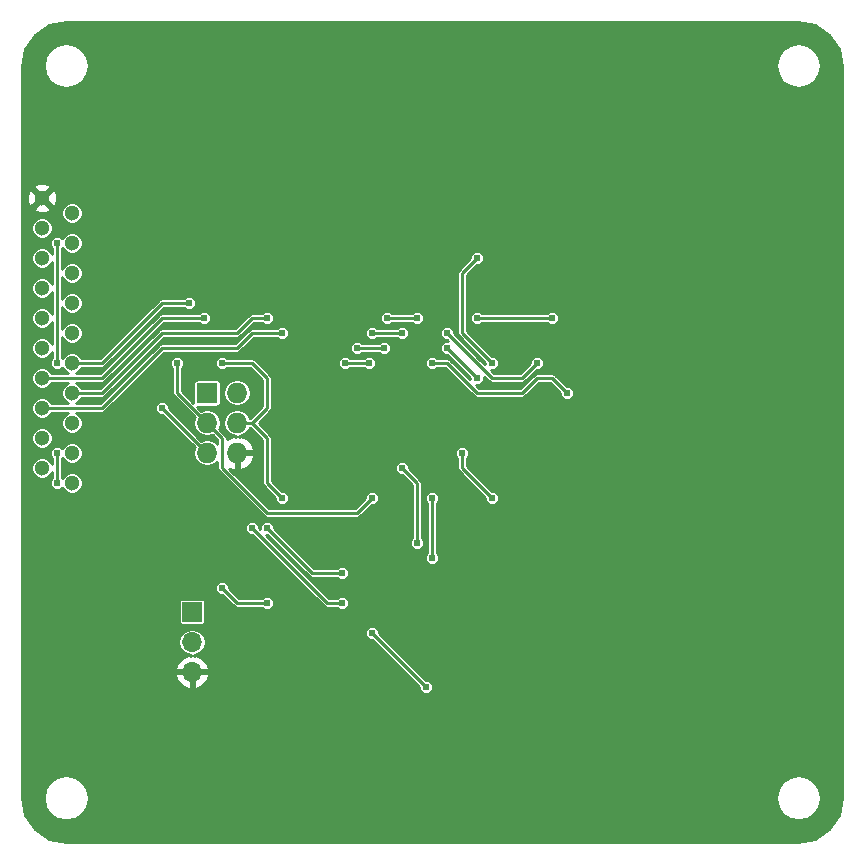
<source format=gbr>
G04 #@! TF.FileFunction,Copper,L2,Bot,Signal*
%FSLAX46Y46*%
G04 Gerber Fmt 4.6, Leading zero omitted, Abs format (unit mm)*
G04 Created by KiCad (PCBNEW 4.0.7-e2-6376~58~ubuntu16.04.1) date Mon Feb 12 21:41:58 2018*
%MOMM*%
%LPD*%
G01*
G04 APERTURE LIST*
%ADD10C,0.100000*%
%ADD11R,1.700000X1.700000*%
%ADD12O,1.700000X1.700000*%
%ADD13C,1.300000*%
%ADD14R,1.727200X1.727200*%
%ADD15O,1.727200X1.727200*%
%ADD16C,0.609600*%
%ADD17C,0.254000*%
G04 APERTURE END LIST*
D10*
D11*
X200660000Y-108712000D03*
D12*
X200660000Y-111252000D03*
X200660000Y-113792000D03*
D13*
X187960000Y-78740000D03*
X187960000Y-76200000D03*
X187960000Y-73660000D03*
X187960000Y-81280000D03*
X190500000Y-74930000D03*
X190500000Y-77470000D03*
X190500000Y-80010000D03*
X190500000Y-82550000D03*
X187960000Y-83820000D03*
X190500000Y-85090000D03*
X187960000Y-86360000D03*
X190500000Y-87630000D03*
X187960000Y-88900000D03*
X190500000Y-90170000D03*
X187960000Y-91440000D03*
X190500000Y-92710000D03*
X187960000Y-93980000D03*
X190500000Y-95250000D03*
X187960000Y-96520000D03*
X190500000Y-97790000D03*
D14*
X201930000Y-90170000D03*
D15*
X204470000Y-90170000D03*
X201930000Y-92710000D03*
X204470000Y-92710000D03*
X201930000Y-95250000D03*
X204470000Y-95250000D03*
D16*
X226060000Y-87630000D03*
X224790000Y-78740000D03*
X207010000Y-107950000D03*
X203200000Y-106680000D03*
X189230000Y-97790000D03*
X189230000Y-95250000D03*
X189230000Y-87630000D03*
X189230000Y-77470000D03*
X198882000Y-74422000D03*
X194818000Y-74422000D03*
X212090000Y-65532000D03*
X231140000Y-81280000D03*
X208280000Y-106680000D03*
X214630000Y-102870000D03*
X209550000Y-102870000D03*
X232410000Y-96520000D03*
X220980000Y-90170000D03*
X205740000Y-66040000D03*
X218440000Y-74930000D03*
X227330000Y-104140000D03*
X220472000Y-115062000D03*
X226060000Y-99060000D03*
X223520000Y-95250000D03*
X215900000Y-110490000D03*
X208280000Y-99060000D03*
X203200000Y-87630000D03*
X215900000Y-99060000D03*
X199390000Y-87630000D03*
X219710000Y-102870000D03*
X218440000Y-96520000D03*
X220980000Y-104140000D03*
X220980000Y-99060000D03*
X198120000Y-91440000D03*
X213360000Y-105410000D03*
X207010000Y-101600000D03*
X213360000Y-107950000D03*
X205740000Y-101600000D03*
X200406000Y-82550000D03*
X224790000Y-88900000D03*
X214630000Y-86360000D03*
X222250000Y-86360000D03*
X216916000Y-86360000D03*
X201676000Y-83820000D03*
X232410000Y-90170000D03*
X220980000Y-87630000D03*
X215646000Y-87630000D03*
X213614000Y-87630000D03*
X231140000Y-83820000D03*
X224790000Y-83820000D03*
X219710000Y-83820000D03*
X217170000Y-83820000D03*
X207010000Y-83820000D03*
X208280000Y-85090000D03*
X229870000Y-87630000D03*
X222250000Y-85090000D03*
X218440000Y-85090000D03*
X215900000Y-85090000D03*
D17*
X223520000Y-80010000D02*
X224790000Y-78740000D01*
X223520000Y-85090000D02*
X223520000Y-80010000D01*
X226060000Y-87630000D02*
X223520000Y-85090000D01*
X204470000Y-107950000D02*
X207010000Y-107950000D01*
X203200000Y-106680000D02*
X204470000Y-107950000D01*
X189230000Y-95250000D02*
X189230000Y-97790000D01*
X189230000Y-77470000D02*
X189230000Y-87630000D01*
X215900000Y-110490000D02*
X220472000Y-115062000D01*
X223520000Y-96520000D02*
X223520000Y-95250000D01*
X226060000Y-99060000D02*
X223520000Y-96520000D01*
X207010000Y-97790000D02*
X208280000Y-99060000D01*
X207010000Y-93980000D02*
X207010000Y-97790000D01*
X205740000Y-92710000D02*
X207010000Y-93980000D01*
X205740000Y-92710000D02*
X204470000Y-92710000D01*
X207010000Y-91440000D02*
X205740000Y-92710000D01*
X207010000Y-88900000D02*
X207010000Y-91440000D01*
X205740000Y-87630000D02*
X207010000Y-88900000D01*
X203200000Y-87630000D02*
X205740000Y-87630000D01*
X201930000Y-92710000D02*
X203200000Y-93980000D01*
X214630000Y-100330000D02*
X215900000Y-99060000D01*
X207010000Y-100330000D02*
X214630000Y-100330000D01*
X203200000Y-96520000D02*
X207010000Y-100330000D01*
X203200000Y-93980000D02*
X203200000Y-96520000D01*
X199390000Y-90170000D02*
X201930000Y-92710000D01*
X199390000Y-87630000D02*
X199390000Y-90170000D01*
X219710000Y-102870000D02*
X219710000Y-97790000D01*
X219710000Y-97790000D02*
X218440000Y-96520000D01*
X220980000Y-104140000D02*
X220980000Y-99060000D01*
X198120000Y-91440000D02*
X201930000Y-95250000D01*
X210820000Y-105410000D02*
X213360000Y-105410000D01*
X207010000Y-101600000D02*
X210820000Y-105410000D01*
X212090000Y-107950000D02*
X213360000Y-107950000D01*
X205740000Y-101600000D02*
X212090000Y-107950000D01*
X214630000Y-86360000D02*
X216916000Y-86360000D01*
X200406000Y-82550000D02*
X198120000Y-82550000D01*
X193040000Y-87630000D02*
X190500000Y-87630000D01*
X193040000Y-87630000D02*
X198120000Y-82550000D01*
X222250000Y-86360000D02*
X224790000Y-88900000D01*
X187960000Y-88900000D02*
X193040000Y-88900000D01*
X193040000Y-88900000D02*
X198120000Y-83820000D01*
X231140000Y-88900000D02*
X232410000Y-90170000D01*
X229870000Y-88900000D02*
X231140000Y-88900000D01*
X228600000Y-90170000D02*
X229870000Y-88900000D01*
X224790000Y-90170000D02*
X228600000Y-90170000D01*
X222250000Y-87630000D02*
X224790000Y-90170000D01*
X198120000Y-83820000D02*
X201676000Y-83820000D01*
X220980000Y-87630000D02*
X222250000Y-87630000D01*
X213614000Y-87630000D02*
X215646000Y-87630000D01*
X205740000Y-83820000D02*
X207010000Y-83820000D01*
X190500000Y-90170000D02*
X193040000Y-90170000D01*
X198120000Y-85090000D02*
X204470000Y-85090000D01*
X193040000Y-90170000D02*
X198120000Y-85090000D01*
X204470000Y-85090000D02*
X205740000Y-83820000D01*
X224790000Y-83820000D02*
X231140000Y-83820000D01*
X217170000Y-83820000D02*
X219710000Y-83820000D01*
X228600000Y-88900000D02*
X229870000Y-87630000D01*
X222250000Y-85090000D02*
X224790000Y-87630000D01*
X204470000Y-86360000D02*
X205740000Y-85090000D01*
X193040000Y-91440000D02*
X198120000Y-86360000D01*
X198120000Y-86360000D02*
X204470000Y-86360000D01*
X187960000Y-91440000D02*
X193040000Y-91440000D01*
X205740000Y-85090000D02*
X208280000Y-85090000D01*
X226060000Y-88900000D02*
X228600000Y-88900000D01*
X224790000Y-87630000D02*
X226060000Y-88900000D01*
X215900000Y-85090000D02*
X218440000Y-85090000D01*
G36*
X253414655Y-59025411D02*
X254620721Y-59831279D01*
X255426589Y-61037345D01*
X255715000Y-62487280D01*
X255715000Y-124432720D01*
X255426589Y-125882655D01*
X254620721Y-127088721D01*
X253414655Y-127894589D01*
X251964715Y-128183000D01*
X190019280Y-128183000D01*
X188569345Y-127894589D01*
X187363279Y-127088721D01*
X186557411Y-125882655D01*
X186274428Y-124460000D01*
X188083050Y-124460000D01*
X188228360Y-125190524D01*
X188642169Y-125809831D01*
X189261476Y-126223640D01*
X189992000Y-126368950D01*
X190722524Y-126223640D01*
X191341831Y-125809831D01*
X191755640Y-125190524D01*
X191900950Y-124460000D01*
X250083050Y-124460000D01*
X250228360Y-125190524D01*
X250642169Y-125809831D01*
X251261476Y-126223640D01*
X251992000Y-126368950D01*
X252722524Y-126223640D01*
X253341831Y-125809831D01*
X253755640Y-125190524D01*
X253900950Y-124460000D01*
X253755640Y-123729476D01*
X253341831Y-123110169D01*
X252722524Y-122696360D01*
X251992000Y-122551050D01*
X251261476Y-122696360D01*
X250642169Y-123110169D01*
X250228360Y-123729476D01*
X250083050Y-124460000D01*
X191900950Y-124460000D01*
X191755640Y-123729476D01*
X191341831Y-123110169D01*
X190722524Y-122696360D01*
X189992000Y-122551050D01*
X189261476Y-122696360D01*
X188642169Y-123110169D01*
X188228360Y-123729476D01*
X188083050Y-124460000D01*
X186274428Y-124460000D01*
X186269000Y-124432715D01*
X186269000Y-114148890D01*
X199218524Y-114148890D01*
X199388355Y-114558924D01*
X199778642Y-114987183D01*
X200303108Y-115233486D01*
X200533000Y-115112819D01*
X200533000Y-113919000D01*
X200787000Y-113919000D01*
X200787000Y-115112819D01*
X201016892Y-115233486D01*
X201541358Y-114987183D01*
X201931645Y-114558924D01*
X202101476Y-114148890D01*
X201980155Y-113919000D01*
X200787000Y-113919000D01*
X200533000Y-113919000D01*
X199339845Y-113919000D01*
X199218524Y-114148890D01*
X186269000Y-114148890D01*
X186269000Y-113435110D01*
X199218524Y-113435110D01*
X199339845Y-113665000D01*
X200533000Y-113665000D01*
X200533000Y-113645000D01*
X200787000Y-113645000D01*
X200787000Y-113665000D01*
X201980155Y-113665000D01*
X202101476Y-113435110D01*
X201931645Y-113025076D01*
X201541358Y-112596817D01*
X201016892Y-112350514D01*
X200787002Y-112471180D01*
X200787002Y-112360539D01*
X201114329Y-112295430D01*
X201480732Y-112050606D01*
X201725556Y-111684203D01*
X201811526Y-111252000D01*
X201725556Y-110819797D01*
X201582497Y-110605695D01*
X215315699Y-110605695D01*
X215404451Y-110820490D01*
X215568645Y-110984972D01*
X215783286Y-111074098D01*
X215909472Y-111074208D01*
X219887808Y-115052544D01*
X219887699Y-115177695D01*
X219976451Y-115392490D01*
X220140645Y-115556972D01*
X220355286Y-115646098D01*
X220587695Y-115646301D01*
X220802490Y-115557549D01*
X220966972Y-115393355D01*
X221056098Y-115178714D01*
X221056301Y-114946305D01*
X220967549Y-114731510D01*
X220803355Y-114567028D01*
X220588714Y-114477902D01*
X220462528Y-114477792D01*
X216484192Y-110499456D01*
X216484301Y-110374305D01*
X216395549Y-110159510D01*
X216231355Y-109995028D01*
X216016714Y-109905902D01*
X215784305Y-109905699D01*
X215569510Y-109994451D01*
X215405028Y-110158645D01*
X215315902Y-110373286D01*
X215315699Y-110605695D01*
X201582497Y-110605695D01*
X201480732Y-110453394D01*
X201114329Y-110208570D01*
X200682126Y-110122600D01*
X200637874Y-110122600D01*
X200205671Y-110208570D01*
X199839268Y-110453394D01*
X199594444Y-110819797D01*
X199508474Y-111252000D01*
X199594444Y-111684203D01*
X199839268Y-112050606D01*
X200205671Y-112295430D01*
X200532998Y-112360539D01*
X200532998Y-112471180D01*
X200303108Y-112350514D01*
X199778642Y-112596817D01*
X199388355Y-113025076D01*
X199218524Y-113435110D01*
X186269000Y-113435110D01*
X186269000Y-107862000D01*
X199525127Y-107862000D01*
X199525127Y-109562000D01*
X199544609Y-109665539D01*
X199605801Y-109760634D01*
X199699168Y-109824429D01*
X199810000Y-109846873D01*
X201510000Y-109846873D01*
X201613539Y-109827391D01*
X201708634Y-109766199D01*
X201772429Y-109672832D01*
X201794873Y-109562000D01*
X201794873Y-107862000D01*
X201775391Y-107758461D01*
X201714199Y-107663366D01*
X201620832Y-107599571D01*
X201510000Y-107577127D01*
X199810000Y-107577127D01*
X199706461Y-107596609D01*
X199611366Y-107657801D01*
X199547571Y-107751168D01*
X199525127Y-107862000D01*
X186269000Y-107862000D01*
X186269000Y-106795695D01*
X202615699Y-106795695D01*
X202704451Y-107010490D01*
X202868645Y-107174972D01*
X203083286Y-107264098D01*
X203209472Y-107264208D01*
X204182632Y-108237368D01*
X204314477Y-108325465D01*
X204470000Y-108356400D01*
X206590228Y-108356400D01*
X206678645Y-108444972D01*
X206893286Y-108534098D01*
X207125695Y-108534301D01*
X207340490Y-108445549D01*
X207504972Y-108281355D01*
X207594098Y-108066714D01*
X207594301Y-107834305D01*
X207505549Y-107619510D01*
X207341355Y-107455028D01*
X207126714Y-107365902D01*
X206894305Y-107365699D01*
X206679510Y-107454451D01*
X206590205Y-107543600D01*
X204638336Y-107543600D01*
X203784192Y-106689456D01*
X203784301Y-106564305D01*
X203695549Y-106349510D01*
X203531355Y-106185028D01*
X203316714Y-106095902D01*
X203084305Y-106095699D01*
X202869510Y-106184451D01*
X202705028Y-106348645D01*
X202615902Y-106563286D01*
X202615699Y-106795695D01*
X186269000Y-106795695D01*
X186269000Y-101715695D01*
X205155699Y-101715695D01*
X205244451Y-101930490D01*
X205408645Y-102094972D01*
X205623286Y-102184098D01*
X205749472Y-102184208D01*
X211802632Y-108237368D01*
X211934477Y-108325465D01*
X212090000Y-108356400D01*
X212940228Y-108356400D01*
X213028645Y-108444972D01*
X213243286Y-108534098D01*
X213475695Y-108534301D01*
X213690490Y-108445549D01*
X213854972Y-108281355D01*
X213944098Y-108066714D01*
X213944301Y-107834305D01*
X213855549Y-107619510D01*
X213691355Y-107455028D01*
X213476714Y-107365902D01*
X213244305Y-107365699D01*
X213029510Y-107454451D01*
X212940205Y-107543600D01*
X212258336Y-107543600D01*
X206898839Y-102184103D01*
X207019472Y-102184208D01*
X210532632Y-105697368D01*
X210664477Y-105785465D01*
X210820000Y-105816400D01*
X212940228Y-105816400D01*
X213028645Y-105904972D01*
X213243286Y-105994098D01*
X213475695Y-105994301D01*
X213690490Y-105905549D01*
X213854972Y-105741355D01*
X213944098Y-105526714D01*
X213944301Y-105294305D01*
X213855549Y-105079510D01*
X213691355Y-104915028D01*
X213476714Y-104825902D01*
X213244305Y-104825699D01*
X213029510Y-104914451D01*
X212940205Y-105003600D01*
X210988336Y-105003600D01*
X207594192Y-101609456D01*
X207594301Y-101484305D01*
X207505549Y-101269510D01*
X207341355Y-101105028D01*
X207126714Y-101015902D01*
X206894305Y-101015699D01*
X206679510Y-101104451D01*
X206515028Y-101268645D01*
X206425902Y-101483286D01*
X206425703Y-101710967D01*
X206324192Y-101609456D01*
X206324301Y-101484305D01*
X206235549Y-101269510D01*
X206071355Y-101105028D01*
X205856714Y-101015902D01*
X205624305Y-101015699D01*
X205409510Y-101104451D01*
X205245028Y-101268645D01*
X205155902Y-101483286D01*
X205155699Y-101715695D01*
X186269000Y-101715695D01*
X186269000Y-96704058D01*
X187030439Y-96704058D01*
X187171634Y-97045775D01*
X187432850Y-97307448D01*
X187774320Y-97449238D01*
X188144058Y-97449561D01*
X188485775Y-97308366D01*
X188747448Y-97047150D01*
X188823600Y-96863755D01*
X188823600Y-97370228D01*
X188735028Y-97458645D01*
X188645902Y-97673286D01*
X188645699Y-97905695D01*
X188734451Y-98120490D01*
X188898645Y-98284972D01*
X189113286Y-98374098D01*
X189345695Y-98374301D01*
X189560490Y-98285549D01*
X189658655Y-98187556D01*
X189711634Y-98315775D01*
X189972850Y-98577448D01*
X190314320Y-98719238D01*
X190684058Y-98719561D01*
X191025775Y-98578366D01*
X191287448Y-98317150D01*
X191429238Y-97975680D01*
X191429561Y-97605942D01*
X191288366Y-97264225D01*
X191027150Y-97002552D01*
X190685680Y-96860762D01*
X190315942Y-96860439D01*
X189974225Y-97001634D01*
X189712552Y-97262850D01*
X189658699Y-97392543D01*
X189636400Y-97370205D01*
X189636400Y-95669772D01*
X189658655Y-95647556D01*
X189711634Y-95775775D01*
X189972850Y-96037448D01*
X190314320Y-96179238D01*
X190684058Y-96179561D01*
X191025775Y-96038366D01*
X191287448Y-95777150D01*
X191429238Y-95435680D01*
X191429561Y-95065942D01*
X191288366Y-94724225D01*
X191027150Y-94462552D01*
X190685680Y-94320762D01*
X190315942Y-94320439D01*
X189974225Y-94461634D01*
X189712552Y-94722850D01*
X189658699Y-94852543D01*
X189561355Y-94755028D01*
X189346714Y-94665902D01*
X189114305Y-94665699D01*
X188899510Y-94754451D01*
X188735028Y-94918645D01*
X188645902Y-95133286D01*
X188645699Y-95365695D01*
X188734451Y-95580490D01*
X188823600Y-95669795D01*
X188823600Y-96176305D01*
X188748366Y-95994225D01*
X188487150Y-95732552D01*
X188145680Y-95590762D01*
X187775942Y-95590439D01*
X187434225Y-95731634D01*
X187172552Y-95992850D01*
X187030762Y-96334320D01*
X187030439Y-96704058D01*
X186269000Y-96704058D01*
X186269000Y-94164058D01*
X187030439Y-94164058D01*
X187171634Y-94505775D01*
X187432850Y-94767448D01*
X187774320Y-94909238D01*
X188144058Y-94909561D01*
X188485775Y-94768366D01*
X188747448Y-94507150D01*
X188889238Y-94165680D01*
X188889561Y-93795942D01*
X188748366Y-93454225D01*
X188487150Y-93192552D01*
X188145680Y-93050762D01*
X187775942Y-93050439D01*
X187434225Y-93191634D01*
X187172552Y-93452850D01*
X187030762Y-93794320D01*
X187030439Y-94164058D01*
X186269000Y-94164058D01*
X186269000Y-78924058D01*
X187030439Y-78924058D01*
X187171634Y-79265775D01*
X187432850Y-79527448D01*
X187774320Y-79669238D01*
X188144058Y-79669561D01*
X188485775Y-79528366D01*
X188747448Y-79267150D01*
X188823600Y-79083755D01*
X188823600Y-80936305D01*
X188748366Y-80754225D01*
X188487150Y-80492552D01*
X188145680Y-80350762D01*
X187775942Y-80350439D01*
X187434225Y-80491634D01*
X187172552Y-80752850D01*
X187030762Y-81094320D01*
X187030439Y-81464058D01*
X187171634Y-81805775D01*
X187432850Y-82067448D01*
X187774320Y-82209238D01*
X188144058Y-82209561D01*
X188485775Y-82068366D01*
X188747448Y-81807150D01*
X188823600Y-81623755D01*
X188823600Y-83476305D01*
X188748366Y-83294225D01*
X188487150Y-83032552D01*
X188145680Y-82890762D01*
X187775942Y-82890439D01*
X187434225Y-83031634D01*
X187172552Y-83292850D01*
X187030762Y-83634320D01*
X187030439Y-84004058D01*
X187171634Y-84345775D01*
X187432850Y-84607448D01*
X187774320Y-84749238D01*
X188144058Y-84749561D01*
X188485775Y-84608366D01*
X188747448Y-84347150D01*
X188823600Y-84163755D01*
X188823600Y-86016305D01*
X188748366Y-85834225D01*
X188487150Y-85572552D01*
X188145680Y-85430762D01*
X187775942Y-85430439D01*
X187434225Y-85571634D01*
X187172552Y-85832850D01*
X187030762Y-86174320D01*
X187030439Y-86544058D01*
X187171634Y-86885775D01*
X187432850Y-87147448D01*
X187774320Y-87289238D01*
X188144058Y-87289561D01*
X188485775Y-87148366D01*
X188747448Y-86887150D01*
X188823600Y-86703755D01*
X188823600Y-87210228D01*
X188735028Y-87298645D01*
X188645902Y-87513286D01*
X188645699Y-87745695D01*
X188734451Y-87960490D01*
X188898645Y-88124972D01*
X189113286Y-88214098D01*
X189345695Y-88214301D01*
X189560490Y-88125549D01*
X189658655Y-88027556D01*
X189711634Y-88155775D01*
X189972850Y-88417448D01*
X190156245Y-88493600D01*
X188797691Y-88493600D01*
X188748366Y-88374225D01*
X188487150Y-88112552D01*
X188145680Y-87970762D01*
X187775942Y-87970439D01*
X187434225Y-88111634D01*
X187172552Y-88372850D01*
X187030762Y-88714320D01*
X187030439Y-89084058D01*
X187171634Y-89425775D01*
X187432850Y-89687448D01*
X187774320Y-89829238D01*
X188144058Y-89829561D01*
X188485775Y-89688366D01*
X188747448Y-89427150D01*
X188797588Y-89306400D01*
X190156305Y-89306400D01*
X189974225Y-89381634D01*
X189712552Y-89642850D01*
X189570762Y-89984320D01*
X189570439Y-90354058D01*
X189711634Y-90695775D01*
X189972850Y-90957448D01*
X190156245Y-91033600D01*
X188797691Y-91033600D01*
X188748366Y-90914225D01*
X188487150Y-90652552D01*
X188145680Y-90510762D01*
X187775942Y-90510439D01*
X187434225Y-90651634D01*
X187172552Y-90912850D01*
X187030762Y-91254320D01*
X187030439Y-91624058D01*
X187171634Y-91965775D01*
X187432850Y-92227448D01*
X187774320Y-92369238D01*
X188144058Y-92369561D01*
X188485775Y-92228366D01*
X188747448Y-91967150D01*
X188797588Y-91846400D01*
X190156305Y-91846400D01*
X189974225Y-91921634D01*
X189712552Y-92182850D01*
X189570762Y-92524320D01*
X189570439Y-92894058D01*
X189711634Y-93235775D01*
X189972850Y-93497448D01*
X190314320Y-93639238D01*
X190684058Y-93639561D01*
X191025775Y-93498366D01*
X191287448Y-93237150D01*
X191429238Y-92895680D01*
X191429561Y-92525942D01*
X191288366Y-92184225D01*
X191027150Y-91922552D01*
X190843755Y-91846400D01*
X193040000Y-91846400D01*
X193195523Y-91815465D01*
X193327368Y-91727368D01*
X193499041Y-91555695D01*
X197535699Y-91555695D01*
X197624451Y-91770490D01*
X197788645Y-91934972D01*
X198003286Y-92024098D01*
X198129472Y-92024208D01*
X200878147Y-94772883D01*
X200851613Y-94812593D01*
X200764607Y-95250000D01*
X200851613Y-95687407D01*
X201099384Y-96058223D01*
X201470200Y-96305994D01*
X201907607Y-96393000D01*
X201952393Y-96393000D01*
X202389800Y-96305994D01*
X202760616Y-96058223D01*
X202793600Y-96008859D01*
X202793600Y-96520000D01*
X202824535Y-96675523D01*
X202912632Y-96807368D01*
X206722632Y-100617368D01*
X206854477Y-100705465D01*
X207010000Y-100736400D01*
X214630000Y-100736400D01*
X214785523Y-100705465D01*
X214917368Y-100617368D01*
X215890544Y-99644192D01*
X216015695Y-99644301D01*
X216230490Y-99555549D01*
X216394972Y-99391355D01*
X216484098Y-99176714D01*
X216484301Y-98944305D01*
X216395549Y-98729510D01*
X216231355Y-98565028D01*
X216016714Y-98475902D01*
X215784305Y-98475699D01*
X215569510Y-98564451D01*
X215405028Y-98728645D01*
X215315902Y-98943286D01*
X215315792Y-99069472D01*
X214461664Y-99923600D01*
X207178336Y-99923600D01*
X203826271Y-96571535D01*
X204110973Y-96704968D01*
X204343000Y-96584469D01*
X204343000Y-95377000D01*
X204597000Y-95377000D01*
X204597000Y-96584469D01*
X204829027Y-96704968D01*
X205358490Y-96456821D01*
X205752688Y-96024947D01*
X205924958Y-95609026D01*
X205803817Y-95377000D01*
X204597000Y-95377000D01*
X204343000Y-95377000D01*
X204323000Y-95377000D01*
X204323000Y-95123000D01*
X204343000Y-95123000D01*
X204343000Y-95103000D01*
X204597000Y-95103000D01*
X204597000Y-95123000D01*
X205803817Y-95123000D01*
X205924958Y-94890974D01*
X205752688Y-94475053D01*
X205358490Y-94043179D01*
X204829027Y-93795032D01*
X204597002Y-93915530D01*
X204597002Y-93832192D01*
X204929800Y-93765994D01*
X205300616Y-93518223D01*
X205548387Y-93147407D01*
X205554555Y-93116400D01*
X205571664Y-93116400D01*
X206603600Y-94148336D01*
X206603600Y-97790000D01*
X206634535Y-97945523D01*
X206722632Y-98077368D01*
X207695808Y-99050544D01*
X207695699Y-99175695D01*
X207784451Y-99390490D01*
X207948645Y-99554972D01*
X208163286Y-99644098D01*
X208395695Y-99644301D01*
X208610490Y-99555549D01*
X208774972Y-99391355D01*
X208864098Y-99176714D01*
X208864301Y-98944305D01*
X208775549Y-98729510D01*
X208611355Y-98565028D01*
X208396714Y-98475902D01*
X208270528Y-98475792D01*
X207416400Y-97621664D01*
X207416400Y-96635695D01*
X217855699Y-96635695D01*
X217944451Y-96850490D01*
X218108645Y-97014972D01*
X218323286Y-97104098D01*
X218449472Y-97104208D01*
X219303600Y-97958336D01*
X219303600Y-102450228D01*
X219215028Y-102538645D01*
X219125902Y-102753286D01*
X219125699Y-102985695D01*
X219214451Y-103200490D01*
X219378645Y-103364972D01*
X219593286Y-103454098D01*
X219825695Y-103454301D01*
X220040490Y-103365549D01*
X220204972Y-103201355D01*
X220294098Y-102986714D01*
X220294301Y-102754305D01*
X220205549Y-102539510D01*
X220116400Y-102450205D01*
X220116400Y-99175695D01*
X220395699Y-99175695D01*
X220484451Y-99390490D01*
X220573600Y-99479795D01*
X220573600Y-103720228D01*
X220485028Y-103808645D01*
X220395902Y-104023286D01*
X220395699Y-104255695D01*
X220484451Y-104470490D01*
X220648645Y-104634972D01*
X220863286Y-104724098D01*
X221095695Y-104724301D01*
X221310490Y-104635549D01*
X221474972Y-104471355D01*
X221564098Y-104256714D01*
X221564301Y-104024305D01*
X221475549Y-103809510D01*
X221386400Y-103720205D01*
X221386400Y-99479772D01*
X221474972Y-99391355D01*
X221564098Y-99176714D01*
X221564301Y-98944305D01*
X221475549Y-98729510D01*
X221311355Y-98565028D01*
X221096714Y-98475902D01*
X220864305Y-98475699D01*
X220649510Y-98564451D01*
X220485028Y-98728645D01*
X220395902Y-98943286D01*
X220395699Y-99175695D01*
X220116400Y-99175695D01*
X220116400Y-97790000D01*
X220085465Y-97634477D01*
X219997368Y-97502632D01*
X219024192Y-96529456D01*
X219024301Y-96404305D01*
X218935549Y-96189510D01*
X218771355Y-96025028D01*
X218556714Y-95935902D01*
X218324305Y-95935699D01*
X218109510Y-96024451D01*
X217945028Y-96188645D01*
X217855902Y-96403286D01*
X217855699Y-96635695D01*
X207416400Y-96635695D01*
X207416400Y-95365695D01*
X222935699Y-95365695D01*
X223024451Y-95580490D01*
X223113600Y-95669795D01*
X223113600Y-96520000D01*
X223144535Y-96675523D01*
X223232632Y-96807368D01*
X225475808Y-99050545D01*
X225475699Y-99175695D01*
X225564451Y-99390490D01*
X225728645Y-99554972D01*
X225943286Y-99644098D01*
X226175695Y-99644301D01*
X226390490Y-99555549D01*
X226554972Y-99391355D01*
X226644098Y-99176714D01*
X226644301Y-98944305D01*
X226555549Y-98729510D01*
X226391355Y-98565028D01*
X226176714Y-98475902D01*
X226050529Y-98475792D01*
X223926400Y-96351664D01*
X223926400Y-95669772D01*
X224014972Y-95581355D01*
X224104098Y-95366714D01*
X224104301Y-95134305D01*
X224015549Y-94919510D01*
X223851355Y-94755028D01*
X223636714Y-94665902D01*
X223404305Y-94665699D01*
X223189510Y-94754451D01*
X223025028Y-94918645D01*
X222935902Y-95133286D01*
X222935699Y-95365695D01*
X207416400Y-95365695D01*
X207416400Y-93980000D01*
X207385465Y-93824477D01*
X207297368Y-93692632D01*
X206314736Y-92710000D01*
X207297368Y-91727368D01*
X207385465Y-91595523D01*
X207416400Y-91440000D01*
X207416400Y-88900000D01*
X207385465Y-88744477D01*
X207297368Y-88612632D01*
X206430431Y-87745695D01*
X213029699Y-87745695D01*
X213118451Y-87960490D01*
X213282645Y-88124972D01*
X213497286Y-88214098D01*
X213729695Y-88214301D01*
X213944490Y-88125549D01*
X214033795Y-88036400D01*
X215226228Y-88036400D01*
X215314645Y-88124972D01*
X215529286Y-88214098D01*
X215761695Y-88214301D01*
X215976490Y-88125549D01*
X216140972Y-87961355D01*
X216230098Y-87746714D01*
X216230098Y-87745695D01*
X220395699Y-87745695D01*
X220484451Y-87960490D01*
X220648645Y-88124972D01*
X220863286Y-88214098D01*
X221095695Y-88214301D01*
X221310490Y-88125549D01*
X221399795Y-88036400D01*
X222081664Y-88036400D01*
X224502631Y-90457368D01*
X224634477Y-90545465D01*
X224790000Y-90576400D01*
X228600000Y-90576400D01*
X228755523Y-90545465D01*
X228887368Y-90457368D01*
X230038336Y-89306400D01*
X230971664Y-89306400D01*
X231825808Y-90160544D01*
X231825699Y-90285695D01*
X231914451Y-90500490D01*
X232078645Y-90664972D01*
X232293286Y-90754098D01*
X232525695Y-90754301D01*
X232740490Y-90665549D01*
X232904972Y-90501355D01*
X232994098Y-90286714D01*
X232994301Y-90054305D01*
X232905549Y-89839510D01*
X232741355Y-89675028D01*
X232526714Y-89585902D01*
X232400528Y-89585792D01*
X231427368Y-88612632D01*
X231362832Y-88569510D01*
X231295523Y-88524535D01*
X231140000Y-88493600D01*
X229870000Y-88493600D01*
X229714477Y-88524535D01*
X229582632Y-88612632D01*
X228431664Y-89763600D01*
X224958337Y-89763600D01*
X224678840Y-89484103D01*
X224905695Y-89484301D01*
X225120490Y-89395549D01*
X225284972Y-89231355D01*
X225374098Y-89016714D01*
X225374297Y-88789033D01*
X225772632Y-89187368D01*
X225904477Y-89275465D01*
X226060000Y-89306400D01*
X228600000Y-89306400D01*
X228755523Y-89275465D01*
X228887368Y-89187368D01*
X229860544Y-88214192D01*
X229985695Y-88214301D01*
X230200490Y-88125549D01*
X230364972Y-87961355D01*
X230454098Y-87746714D01*
X230454301Y-87514305D01*
X230365549Y-87299510D01*
X230201355Y-87135028D01*
X229986714Y-87045902D01*
X229754305Y-87045699D01*
X229539510Y-87134451D01*
X229375028Y-87298645D01*
X229285902Y-87513286D01*
X229285792Y-87639472D01*
X228431664Y-88493600D01*
X226228336Y-88493600D01*
X225948839Y-88214103D01*
X226175695Y-88214301D01*
X226390490Y-88125549D01*
X226554972Y-87961355D01*
X226644098Y-87746714D01*
X226644301Y-87514305D01*
X226555549Y-87299510D01*
X226391355Y-87135028D01*
X226176714Y-87045902D01*
X226050529Y-87045792D01*
X223926400Y-84921664D01*
X223926400Y-83935695D01*
X224205699Y-83935695D01*
X224294451Y-84150490D01*
X224458645Y-84314972D01*
X224673286Y-84404098D01*
X224905695Y-84404301D01*
X225120490Y-84315549D01*
X225209795Y-84226400D01*
X230720228Y-84226400D01*
X230808645Y-84314972D01*
X231023286Y-84404098D01*
X231255695Y-84404301D01*
X231470490Y-84315549D01*
X231634972Y-84151355D01*
X231724098Y-83936714D01*
X231724301Y-83704305D01*
X231635549Y-83489510D01*
X231471355Y-83325028D01*
X231256714Y-83235902D01*
X231024305Y-83235699D01*
X230809510Y-83324451D01*
X230720205Y-83413600D01*
X225209772Y-83413600D01*
X225121355Y-83325028D01*
X224906714Y-83235902D01*
X224674305Y-83235699D01*
X224459510Y-83324451D01*
X224295028Y-83488645D01*
X224205902Y-83703286D01*
X224205699Y-83935695D01*
X223926400Y-83935695D01*
X223926400Y-80178336D01*
X224780544Y-79324192D01*
X224905695Y-79324301D01*
X225120490Y-79235549D01*
X225284972Y-79071355D01*
X225374098Y-78856714D01*
X225374301Y-78624305D01*
X225285549Y-78409510D01*
X225121355Y-78245028D01*
X224906714Y-78155902D01*
X224674305Y-78155699D01*
X224459510Y-78244451D01*
X224295028Y-78408645D01*
X224205902Y-78623286D01*
X224205792Y-78749472D01*
X223232632Y-79722632D01*
X223144535Y-79854477D01*
X223113600Y-80010000D01*
X223113600Y-85090000D01*
X223144535Y-85245523D01*
X223232632Y-85377368D01*
X225475808Y-87620545D01*
X225475703Y-87740967D01*
X225077370Y-87342634D01*
X225077368Y-87342631D01*
X222834192Y-85099456D01*
X222834301Y-84974305D01*
X222745549Y-84759510D01*
X222581355Y-84595028D01*
X222366714Y-84505902D01*
X222134305Y-84505699D01*
X221919510Y-84594451D01*
X221755028Y-84758645D01*
X221665902Y-84973286D01*
X221665699Y-85205695D01*
X221754451Y-85420490D01*
X221918645Y-85584972D01*
X222133286Y-85674098D01*
X222259472Y-85674208D01*
X222361161Y-85775897D01*
X222134305Y-85775699D01*
X221919510Y-85864451D01*
X221755028Y-86028645D01*
X221665902Y-86243286D01*
X221665699Y-86475695D01*
X221754451Y-86690490D01*
X221918645Y-86854972D01*
X222133286Y-86944098D01*
X222259472Y-86944208D01*
X224205808Y-88890545D01*
X224205703Y-89010966D01*
X222537368Y-87342632D01*
X222472832Y-87299510D01*
X222405523Y-87254535D01*
X222250000Y-87223600D01*
X221399772Y-87223600D01*
X221311355Y-87135028D01*
X221096714Y-87045902D01*
X220864305Y-87045699D01*
X220649510Y-87134451D01*
X220485028Y-87298645D01*
X220395902Y-87513286D01*
X220395699Y-87745695D01*
X216230098Y-87745695D01*
X216230301Y-87514305D01*
X216141549Y-87299510D01*
X215977355Y-87135028D01*
X215762714Y-87045902D01*
X215530305Y-87045699D01*
X215315510Y-87134451D01*
X215226205Y-87223600D01*
X214033772Y-87223600D01*
X213945355Y-87135028D01*
X213730714Y-87045902D01*
X213498305Y-87045699D01*
X213283510Y-87134451D01*
X213119028Y-87298645D01*
X213029902Y-87513286D01*
X213029699Y-87745695D01*
X206430431Y-87745695D01*
X206027368Y-87342632D01*
X205962832Y-87299510D01*
X205895523Y-87254535D01*
X205740000Y-87223600D01*
X203619772Y-87223600D01*
X203531355Y-87135028D01*
X203316714Y-87045902D01*
X203084305Y-87045699D01*
X202869510Y-87134451D01*
X202705028Y-87298645D01*
X202615902Y-87513286D01*
X202615699Y-87745695D01*
X202704451Y-87960490D01*
X202868645Y-88124972D01*
X203083286Y-88214098D01*
X203315695Y-88214301D01*
X203530490Y-88125549D01*
X203619795Y-88036400D01*
X205571664Y-88036400D01*
X206603600Y-89068336D01*
X206603600Y-91271664D01*
X205571664Y-92303600D01*
X205554555Y-92303600D01*
X205548387Y-92272593D01*
X205300616Y-91901777D01*
X204929800Y-91654006D01*
X204492393Y-91567000D01*
X204447607Y-91567000D01*
X204010200Y-91654006D01*
X203639384Y-91901777D01*
X203391613Y-92272593D01*
X203304607Y-92710000D01*
X203391613Y-93147407D01*
X203639384Y-93518223D01*
X204010200Y-93765994D01*
X204342998Y-93832192D01*
X204342998Y-93915530D01*
X204110973Y-93795032D01*
X203606400Y-94031514D01*
X203606400Y-93980000D01*
X203575465Y-93824477D01*
X203487368Y-93692632D01*
X202981853Y-93187117D01*
X203008387Y-93147407D01*
X203095393Y-92710000D01*
X203008387Y-92272593D01*
X202760616Y-91901777D01*
X202389800Y-91654006D01*
X201952393Y-91567000D01*
X201907607Y-91567000D01*
X201470200Y-91654006D01*
X201457337Y-91662601D01*
X201113210Y-91318473D01*
X202793600Y-91318473D01*
X202897139Y-91298991D01*
X202992234Y-91237799D01*
X203056029Y-91144432D01*
X203078473Y-91033600D01*
X203078473Y-90170000D01*
X203304607Y-90170000D01*
X203391613Y-90607407D01*
X203639384Y-90978223D01*
X204010200Y-91225994D01*
X204447607Y-91313000D01*
X204492393Y-91313000D01*
X204929800Y-91225994D01*
X205300616Y-90978223D01*
X205548387Y-90607407D01*
X205635393Y-90170000D01*
X205548387Y-89732593D01*
X205300616Y-89361777D01*
X204929800Y-89114006D01*
X204492393Y-89027000D01*
X204447607Y-89027000D01*
X204010200Y-89114006D01*
X203639384Y-89361777D01*
X203391613Y-89732593D01*
X203304607Y-90170000D01*
X203078473Y-90170000D01*
X203078473Y-89306400D01*
X203058991Y-89202861D01*
X202997799Y-89107766D01*
X202904432Y-89043971D01*
X202793600Y-89021527D01*
X201066400Y-89021527D01*
X200962861Y-89041009D01*
X200867766Y-89102201D01*
X200803971Y-89195568D01*
X200781527Y-89306400D01*
X200781527Y-90986791D01*
X199796400Y-90001664D01*
X199796400Y-88049772D01*
X199884972Y-87961355D01*
X199974098Y-87746714D01*
X199974301Y-87514305D01*
X199885549Y-87299510D01*
X199721355Y-87135028D01*
X199506714Y-87045902D01*
X199274305Y-87045699D01*
X199059510Y-87134451D01*
X198895028Y-87298645D01*
X198805902Y-87513286D01*
X198805699Y-87745695D01*
X198894451Y-87960490D01*
X198983600Y-88049795D01*
X198983600Y-90170000D01*
X199014535Y-90325523D01*
X199102632Y-90457368D01*
X200878146Y-92232883D01*
X200851613Y-92272593D01*
X200764607Y-92710000D01*
X200851613Y-93147407D01*
X201099384Y-93518223D01*
X201470200Y-93765994D01*
X201907607Y-93853000D01*
X201952393Y-93853000D01*
X202389800Y-93765994D01*
X202402663Y-93757399D01*
X202793600Y-94148336D01*
X202793600Y-94491141D01*
X202760616Y-94441777D01*
X202389800Y-94194006D01*
X201952393Y-94107000D01*
X201907607Y-94107000D01*
X201470200Y-94194006D01*
X201457337Y-94202601D01*
X198704192Y-91449456D01*
X198704301Y-91324305D01*
X198615549Y-91109510D01*
X198451355Y-90945028D01*
X198236714Y-90855902D01*
X198004305Y-90855699D01*
X197789510Y-90944451D01*
X197625028Y-91108645D01*
X197535902Y-91323286D01*
X197535699Y-91555695D01*
X193499041Y-91555695D01*
X198288336Y-86766400D01*
X204470000Y-86766400D01*
X204625523Y-86735465D01*
X204757368Y-86647368D01*
X204929041Y-86475695D01*
X214045699Y-86475695D01*
X214134451Y-86690490D01*
X214298645Y-86854972D01*
X214513286Y-86944098D01*
X214745695Y-86944301D01*
X214960490Y-86855549D01*
X215049795Y-86766400D01*
X216496228Y-86766400D01*
X216584645Y-86854972D01*
X216799286Y-86944098D01*
X217031695Y-86944301D01*
X217246490Y-86855549D01*
X217410972Y-86691355D01*
X217500098Y-86476714D01*
X217500301Y-86244305D01*
X217411549Y-86029510D01*
X217247355Y-85865028D01*
X217032714Y-85775902D01*
X216800305Y-85775699D01*
X216585510Y-85864451D01*
X216496205Y-85953600D01*
X215049772Y-85953600D01*
X214961355Y-85865028D01*
X214746714Y-85775902D01*
X214514305Y-85775699D01*
X214299510Y-85864451D01*
X214135028Y-86028645D01*
X214045902Y-86243286D01*
X214045699Y-86475695D01*
X204929041Y-86475695D01*
X205908336Y-85496400D01*
X207860228Y-85496400D01*
X207948645Y-85584972D01*
X208163286Y-85674098D01*
X208395695Y-85674301D01*
X208610490Y-85585549D01*
X208774972Y-85421355D01*
X208864098Y-85206714D01*
X208864098Y-85205695D01*
X215315699Y-85205695D01*
X215404451Y-85420490D01*
X215568645Y-85584972D01*
X215783286Y-85674098D01*
X216015695Y-85674301D01*
X216230490Y-85585549D01*
X216319795Y-85496400D01*
X218020228Y-85496400D01*
X218108645Y-85584972D01*
X218323286Y-85674098D01*
X218555695Y-85674301D01*
X218770490Y-85585549D01*
X218934972Y-85421355D01*
X219024098Y-85206714D01*
X219024301Y-84974305D01*
X218935549Y-84759510D01*
X218771355Y-84595028D01*
X218556714Y-84505902D01*
X218324305Y-84505699D01*
X218109510Y-84594451D01*
X218020205Y-84683600D01*
X216319772Y-84683600D01*
X216231355Y-84595028D01*
X216016714Y-84505902D01*
X215784305Y-84505699D01*
X215569510Y-84594451D01*
X215405028Y-84758645D01*
X215315902Y-84973286D01*
X215315699Y-85205695D01*
X208864098Y-85205695D01*
X208864301Y-84974305D01*
X208775549Y-84759510D01*
X208611355Y-84595028D01*
X208396714Y-84505902D01*
X208164305Y-84505699D01*
X207949510Y-84594451D01*
X207860205Y-84683600D01*
X205740000Y-84683600D01*
X205584477Y-84714535D01*
X205452632Y-84802632D01*
X204301664Y-85953600D01*
X198120000Y-85953600D01*
X197964477Y-85984535D01*
X197897168Y-86029510D01*
X197832632Y-86072632D01*
X192871664Y-91033600D01*
X190843695Y-91033600D01*
X191025775Y-90958366D01*
X191287448Y-90697150D01*
X191337588Y-90576400D01*
X193040000Y-90576400D01*
X193195523Y-90545465D01*
X193327368Y-90457368D01*
X198288336Y-85496400D01*
X204470000Y-85496400D01*
X204625523Y-85465465D01*
X204757368Y-85377368D01*
X205908336Y-84226400D01*
X206590228Y-84226400D01*
X206678645Y-84314972D01*
X206893286Y-84404098D01*
X207125695Y-84404301D01*
X207340490Y-84315549D01*
X207504972Y-84151355D01*
X207594098Y-83936714D01*
X207594098Y-83935695D01*
X216585699Y-83935695D01*
X216674451Y-84150490D01*
X216838645Y-84314972D01*
X217053286Y-84404098D01*
X217285695Y-84404301D01*
X217500490Y-84315549D01*
X217589795Y-84226400D01*
X219290228Y-84226400D01*
X219378645Y-84314972D01*
X219593286Y-84404098D01*
X219825695Y-84404301D01*
X220040490Y-84315549D01*
X220204972Y-84151355D01*
X220294098Y-83936714D01*
X220294301Y-83704305D01*
X220205549Y-83489510D01*
X220041355Y-83325028D01*
X219826714Y-83235902D01*
X219594305Y-83235699D01*
X219379510Y-83324451D01*
X219290205Y-83413600D01*
X217589772Y-83413600D01*
X217501355Y-83325028D01*
X217286714Y-83235902D01*
X217054305Y-83235699D01*
X216839510Y-83324451D01*
X216675028Y-83488645D01*
X216585902Y-83703286D01*
X216585699Y-83935695D01*
X207594098Y-83935695D01*
X207594301Y-83704305D01*
X207505549Y-83489510D01*
X207341355Y-83325028D01*
X207126714Y-83235902D01*
X206894305Y-83235699D01*
X206679510Y-83324451D01*
X206590205Y-83413600D01*
X205740000Y-83413600D01*
X205584477Y-83444535D01*
X205452632Y-83532632D01*
X204301664Y-84683600D01*
X198120000Y-84683600D01*
X197964477Y-84714535D01*
X197897168Y-84759510D01*
X197832632Y-84802632D01*
X192871664Y-89763600D01*
X191337691Y-89763600D01*
X191288366Y-89644225D01*
X191027150Y-89382552D01*
X190843755Y-89306400D01*
X193040000Y-89306400D01*
X193195523Y-89275465D01*
X193327368Y-89187368D01*
X198288336Y-84226400D01*
X201256228Y-84226400D01*
X201344645Y-84314972D01*
X201559286Y-84404098D01*
X201791695Y-84404301D01*
X202006490Y-84315549D01*
X202170972Y-84151355D01*
X202260098Y-83936714D01*
X202260301Y-83704305D01*
X202171549Y-83489510D01*
X202007355Y-83325028D01*
X201792714Y-83235902D01*
X201560305Y-83235699D01*
X201345510Y-83324451D01*
X201256205Y-83413600D01*
X198120000Y-83413600D01*
X197964477Y-83444535D01*
X197897168Y-83489510D01*
X197832632Y-83532632D01*
X192871664Y-88493600D01*
X190843695Y-88493600D01*
X191025775Y-88418366D01*
X191287448Y-88157150D01*
X191337588Y-88036400D01*
X193040000Y-88036400D01*
X193195523Y-88005465D01*
X193327368Y-87917368D01*
X198288336Y-82956400D01*
X199986228Y-82956400D01*
X200074645Y-83044972D01*
X200289286Y-83134098D01*
X200521695Y-83134301D01*
X200736490Y-83045549D01*
X200900972Y-82881355D01*
X200990098Y-82666714D01*
X200990301Y-82434305D01*
X200901549Y-82219510D01*
X200737355Y-82055028D01*
X200522714Y-81965902D01*
X200290305Y-81965699D01*
X200075510Y-82054451D01*
X199986205Y-82143600D01*
X198120000Y-82143600D01*
X197964477Y-82174535D01*
X197897168Y-82219510D01*
X197832632Y-82262632D01*
X192871664Y-87223600D01*
X191337691Y-87223600D01*
X191288366Y-87104225D01*
X191027150Y-86842552D01*
X190685680Y-86700762D01*
X190315942Y-86700439D01*
X189974225Y-86841634D01*
X189712552Y-87102850D01*
X189658699Y-87232543D01*
X189636400Y-87210205D01*
X189636400Y-85433695D01*
X189711634Y-85615775D01*
X189972850Y-85877448D01*
X190314320Y-86019238D01*
X190684058Y-86019561D01*
X191025775Y-85878366D01*
X191287448Y-85617150D01*
X191429238Y-85275680D01*
X191429561Y-84905942D01*
X191288366Y-84564225D01*
X191027150Y-84302552D01*
X190685680Y-84160762D01*
X190315942Y-84160439D01*
X189974225Y-84301634D01*
X189712552Y-84562850D01*
X189636400Y-84746245D01*
X189636400Y-82893695D01*
X189711634Y-83075775D01*
X189972850Y-83337448D01*
X190314320Y-83479238D01*
X190684058Y-83479561D01*
X191025775Y-83338366D01*
X191287448Y-83077150D01*
X191429238Y-82735680D01*
X191429561Y-82365942D01*
X191288366Y-82024225D01*
X191027150Y-81762552D01*
X190685680Y-81620762D01*
X190315942Y-81620439D01*
X189974225Y-81761634D01*
X189712552Y-82022850D01*
X189636400Y-82206245D01*
X189636400Y-80353695D01*
X189711634Y-80535775D01*
X189972850Y-80797448D01*
X190314320Y-80939238D01*
X190684058Y-80939561D01*
X191025775Y-80798366D01*
X191287448Y-80537150D01*
X191429238Y-80195680D01*
X191429561Y-79825942D01*
X191288366Y-79484225D01*
X191027150Y-79222552D01*
X190685680Y-79080762D01*
X190315942Y-79080439D01*
X189974225Y-79221634D01*
X189712552Y-79482850D01*
X189636400Y-79666245D01*
X189636400Y-77889772D01*
X189658655Y-77867556D01*
X189711634Y-77995775D01*
X189972850Y-78257448D01*
X190314320Y-78399238D01*
X190684058Y-78399561D01*
X191025775Y-78258366D01*
X191287448Y-77997150D01*
X191429238Y-77655680D01*
X191429561Y-77285942D01*
X191288366Y-76944225D01*
X191027150Y-76682552D01*
X190685680Y-76540762D01*
X190315942Y-76540439D01*
X189974225Y-76681634D01*
X189712552Y-76942850D01*
X189658699Y-77072543D01*
X189561355Y-76975028D01*
X189346714Y-76885902D01*
X189114305Y-76885699D01*
X188899510Y-76974451D01*
X188735028Y-77138645D01*
X188645902Y-77353286D01*
X188645699Y-77585695D01*
X188734451Y-77800490D01*
X188823600Y-77889795D01*
X188823600Y-78396305D01*
X188748366Y-78214225D01*
X188487150Y-77952552D01*
X188145680Y-77810762D01*
X187775942Y-77810439D01*
X187434225Y-77951634D01*
X187172552Y-78212850D01*
X187030762Y-78554320D01*
X187030439Y-78924058D01*
X186269000Y-78924058D01*
X186269000Y-76384058D01*
X187030439Y-76384058D01*
X187171634Y-76725775D01*
X187432850Y-76987448D01*
X187774320Y-77129238D01*
X188144058Y-77129561D01*
X188485775Y-76988366D01*
X188747448Y-76727150D01*
X188889238Y-76385680D01*
X188889561Y-76015942D01*
X188748366Y-75674225D01*
X188487150Y-75412552D01*
X188145680Y-75270762D01*
X187775942Y-75270439D01*
X187434225Y-75411634D01*
X187172552Y-75672850D01*
X187030762Y-76014320D01*
X187030439Y-76384058D01*
X186269000Y-76384058D01*
X186269000Y-75114058D01*
X189570439Y-75114058D01*
X189711634Y-75455775D01*
X189972850Y-75717448D01*
X190314320Y-75859238D01*
X190684058Y-75859561D01*
X191025775Y-75718366D01*
X191287448Y-75457150D01*
X191429238Y-75115680D01*
X191429561Y-74745942D01*
X191288366Y-74404225D01*
X191027150Y-74142552D01*
X190685680Y-74000762D01*
X190315942Y-74000439D01*
X189974225Y-74141634D01*
X189712552Y-74402850D01*
X189570762Y-74744320D01*
X189570439Y-75114058D01*
X186269000Y-75114058D01*
X186269000Y-74559016D01*
X187240590Y-74559016D01*
X187296271Y-74789611D01*
X187779078Y-74957622D01*
X188289428Y-74928083D01*
X188623729Y-74789611D01*
X188679410Y-74559016D01*
X187960000Y-73839605D01*
X187240590Y-74559016D01*
X186269000Y-74559016D01*
X186269000Y-73479078D01*
X186662378Y-73479078D01*
X186691917Y-73989428D01*
X186830389Y-74323729D01*
X187060984Y-74379410D01*
X187780395Y-73660000D01*
X188139605Y-73660000D01*
X188859016Y-74379410D01*
X189089611Y-74323729D01*
X189257622Y-73840922D01*
X189228083Y-73330572D01*
X189089611Y-72996271D01*
X188859016Y-72940590D01*
X188139605Y-73660000D01*
X187780395Y-73660000D01*
X187060984Y-72940590D01*
X186830389Y-72996271D01*
X186662378Y-73479078D01*
X186269000Y-73479078D01*
X186269000Y-72760984D01*
X187240590Y-72760984D01*
X187960000Y-73480395D01*
X188679410Y-72760984D01*
X188623729Y-72530389D01*
X188140922Y-72362378D01*
X187630572Y-72391917D01*
X187296271Y-72530389D01*
X187240590Y-72760984D01*
X186269000Y-72760984D01*
X186269000Y-62487285D01*
X186274427Y-62460000D01*
X188083050Y-62460000D01*
X188228360Y-63190524D01*
X188642169Y-63809831D01*
X189261476Y-64223640D01*
X189992000Y-64368950D01*
X190722524Y-64223640D01*
X191341831Y-63809831D01*
X191755640Y-63190524D01*
X191900950Y-62460000D01*
X250083050Y-62460000D01*
X250228360Y-63190524D01*
X250642169Y-63809831D01*
X251261476Y-64223640D01*
X251992000Y-64368950D01*
X252722524Y-64223640D01*
X253341831Y-63809831D01*
X253755640Y-63190524D01*
X253900950Y-62460000D01*
X253755640Y-61729476D01*
X253341831Y-61110169D01*
X252722524Y-60696360D01*
X251992000Y-60551050D01*
X251261476Y-60696360D01*
X250642169Y-61110169D01*
X250228360Y-61729476D01*
X250083050Y-62460000D01*
X191900950Y-62460000D01*
X191755640Y-61729476D01*
X191341831Y-61110169D01*
X190722524Y-60696360D01*
X189992000Y-60551050D01*
X189261476Y-60696360D01*
X188642169Y-61110169D01*
X188228360Y-61729476D01*
X188083050Y-62460000D01*
X186274427Y-62460000D01*
X186557411Y-61037345D01*
X187363279Y-59831279D01*
X188569345Y-59025411D01*
X190019280Y-58737000D01*
X251964715Y-58737000D01*
X253414655Y-59025411D01*
X253414655Y-59025411D01*
G37*
X253414655Y-59025411D02*
X254620721Y-59831279D01*
X255426589Y-61037345D01*
X255715000Y-62487280D01*
X255715000Y-124432720D01*
X255426589Y-125882655D01*
X254620721Y-127088721D01*
X253414655Y-127894589D01*
X251964715Y-128183000D01*
X190019280Y-128183000D01*
X188569345Y-127894589D01*
X187363279Y-127088721D01*
X186557411Y-125882655D01*
X186274428Y-124460000D01*
X188083050Y-124460000D01*
X188228360Y-125190524D01*
X188642169Y-125809831D01*
X189261476Y-126223640D01*
X189992000Y-126368950D01*
X190722524Y-126223640D01*
X191341831Y-125809831D01*
X191755640Y-125190524D01*
X191900950Y-124460000D01*
X250083050Y-124460000D01*
X250228360Y-125190524D01*
X250642169Y-125809831D01*
X251261476Y-126223640D01*
X251992000Y-126368950D01*
X252722524Y-126223640D01*
X253341831Y-125809831D01*
X253755640Y-125190524D01*
X253900950Y-124460000D01*
X253755640Y-123729476D01*
X253341831Y-123110169D01*
X252722524Y-122696360D01*
X251992000Y-122551050D01*
X251261476Y-122696360D01*
X250642169Y-123110169D01*
X250228360Y-123729476D01*
X250083050Y-124460000D01*
X191900950Y-124460000D01*
X191755640Y-123729476D01*
X191341831Y-123110169D01*
X190722524Y-122696360D01*
X189992000Y-122551050D01*
X189261476Y-122696360D01*
X188642169Y-123110169D01*
X188228360Y-123729476D01*
X188083050Y-124460000D01*
X186274428Y-124460000D01*
X186269000Y-124432715D01*
X186269000Y-114148890D01*
X199218524Y-114148890D01*
X199388355Y-114558924D01*
X199778642Y-114987183D01*
X200303108Y-115233486D01*
X200533000Y-115112819D01*
X200533000Y-113919000D01*
X200787000Y-113919000D01*
X200787000Y-115112819D01*
X201016892Y-115233486D01*
X201541358Y-114987183D01*
X201931645Y-114558924D01*
X202101476Y-114148890D01*
X201980155Y-113919000D01*
X200787000Y-113919000D01*
X200533000Y-113919000D01*
X199339845Y-113919000D01*
X199218524Y-114148890D01*
X186269000Y-114148890D01*
X186269000Y-113435110D01*
X199218524Y-113435110D01*
X199339845Y-113665000D01*
X200533000Y-113665000D01*
X200533000Y-113645000D01*
X200787000Y-113645000D01*
X200787000Y-113665000D01*
X201980155Y-113665000D01*
X202101476Y-113435110D01*
X201931645Y-113025076D01*
X201541358Y-112596817D01*
X201016892Y-112350514D01*
X200787002Y-112471180D01*
X200787002Y-112360539D01*
X201114329Y-112295430D01*
X201480732Y-112050606D01*
X201725556Y-111684203D01*
X201811526Y-111252000D01*
X201725556Y-110819797D01*
X201582497Y-110605695D01*
X215315699Y-110605695D01*
X215404451Y-110820490D01*
X215568645Y-110984972D01*
X215783286Y-111074098D01*
X215909472Y-111074208D01*
X219887808Y-115052544D01*
X219887699Y-115177695D01*
X219976451Y-115392490D01*
X220140645Y-115556972D01*
X220355286Y-115646098D01*
X220587695Y-115646301D01*
X220802490Y-115557549D01*
X220966972Y-115393355D01*
X221056098Y-115178714D01*
X221056301Y-114946305D01*
X220967549Y-114731510D01*
X220803355Y-114567028D01*
X220588714Y-114477902D01*
X220462528Y-114477792D01*
X216484192Y-110499456D01*
X216484301Y-110374305D01*
X216395549Y-110159510D01*
X216231355Y-109995028D01*
X216016714Y-109905902D01*
X215784305Y-109905699D01*
X215569510Y-109994451D01*
X215405028Y-110158645D01*
X215315902Y-110373286D01*
X215315699Y-110605695D01*
X201582497Y-110605695D01*
X201480732Y-110453394D01*
X201114329Y-110208570D01*
X200682126Y-110122600D01*
X200637874Y-110122600D01*
X200205671Y-110208570D01*
X199839268Y-110453394D01*
X199594444Y-110819797D01*
X199508474Y-111252000D01*
X199594444Y-111684203D01*
X199839268Y-112050606D01*
X200205671Y-112295430D01*
X200532998Y-112360539D01*
X200532998Y-112471180D01*
X200303108Y-112350514D01*
X199778642Y-112596817D01*
X199388355Y-113025076D01*
X199218524Y-113435110D01*
X186269000Y-113435110D01*
X186269000Y-107862000D01*
X199525127Y-107862000D01*
X199525127Y-109562000D01*
X199544609Y-109665539D01*
X199605801Y-109760634D01*
X199699168Y-109824429D01*
X199810000Y-109846873D01*
X201510000Y-109846873D01*
X201613539Y-109827391D01*
X201708634Y-109766199D01*
X201772429Y-109672832D01*
X201794873Y-109562000D01*
X201794873Y-107862000D01*
X201775391Y-107758461D01*
X201714199Y-107663366D01*
X201620832Y-107599571D01*
X201510000Y-107577127D01*
X199810000Y-107577127D01*
X199706461Y-107596609D01*
X199611366Y-107657801D01*
X199547571Y-107751168D01*
X199525127Y-107862000D01*
X186269000Y-107862000D01*
X186269000Y-106795695D01*
X202615699Y-106795695D01*
X202704451Y-107010490D01*
X202868645Y-107174972D01*
X203083286Y-107264098D01*
X203209472Y-107264208D01*
X204182632Y-108237368D01*
X204314477Y-108325465D01*
X204470000Y-108356400D01*
X206590228Y-108356400D01*
X206678645Y-108444972D01*
X206893286Y-108534098D01*
X207125695Y-108534301D01*
X207340490Y-108445549D01*
X207504972Y-108281355D01*
X207594098Y-108066714D01*
X207594301Y-107834305D01*
X207505549Y-107619510D01*
X207341355Y-107455028D01*
X207126714Y-107365902D01*
X206894305Y-107365699D01*
X206679510Y-107454451D01*
X206590205Y-107543600D01*
X204638336Y-107543600D01*
X203784192Y-106689456D01*
X203784301Y-106564305D01*
X203695549Y-106349510D01*
X203531355Y-106185028D01*
X203316714Y-106095902D01*
X203084305Y-106095699D01*
X202869510Y-106184451D01*
X202705028Y-106348645D01*
X202615902Y-106563286D01*
X202615699Y-106795695D01*
X186269000Y-106795695D01*
X186269000Y-101715695D01*
X205155699Y-101715695D01*
X205244451Y-101930490D01*
X205408645Y-102094972D01*
X205623286Y-102184098D01*
X205749472Y-102184208D01*
X211802632Y-108237368D01*
X211934477Y-108325465D01*
X212090000Y-108356400D01*
X212940228Y-108356400D01*
X213028645Y-108444972D01*
X213243286Y-108534098D01*
X213475695Y-108534301D01*
X213690490Y-108445549D01*
X213854972Y-108281355D01*
X213944098Y-108066714D01*
X213944301Y-107834305D01*
X213855549Y-107619510D01*
X213691355Y-107455028D01*
X213476714Y-107365902D01*
X213244305Y-107365699D01*
X213029510Y-107454451D01*
X212940205Y-107543600D01*
X212258336Y-107543600D01*
X206898839Y-102184103D01*
X207019472Y-102184208D01*
X210532632Y-105697368D01*
X210664477Y-105785465D01*
X210820000Y-105816400D01*
X212940228Y-105816400D01*
X213028645Y-105904972D01*
X213243286Y-105994098D01*
X213475695Y-105994301D01*
X213690490Y-105905549D01*
X213854972Y-105741355D01*
X213944098Y-105526714D01*
X213944301Y-105294305D01*
X213855549Y-105079510D01*
X213691355Y-104915028D01*
X213476714Y-104825902D01*
X213244305Y-104825699D01*
X213029510Y-104914451D01*
X212940205Y-105003600D01*
X210988336Y-105003600D01*
X207594192Y-101609456D01*
X207594301Y-101484305D01*
X207505549Y-101269510D01*
X207341355Y-101105028D01*
X207126714Y-101015902D01*
X206894305Y-101015699D01*
X206679510Y-101104451D01*
X206515028Y-101268645D01*
X206425902Y-101483286D01*
X206425703Y-101710967D01*
X206324192Y-101609456D01*
X206324301Y-101484305D01*
X206235549Y-101269510D01*
X206071355Y-101105028D01*
X205856714Y-101015902D01*
X205624305Y-101015699D01*
X205409510Y-101104451D01*
X205245028Y-101268645D01*
X205155902Y-101483286D01*
X205155699Y-101715695D01*
X186269000Y-101715695D01*
X186269000Y-96704058D01*
X187030439Y-96704058D01*
X187171634Y-97045775D01*
X187432850Y-97307448D01*
X187774320Y-97449238D01*
X188144058Y-97449561D01*
X188485775Y-97308366D01*
X188747448Y-97047150D01*
X188823600Y-96863755D01*
X188823600Y-97370228D01*
X188735028Y-97458645D01*
X188645902Y-97673286D01*
X188645699Y-97905695D01*
X188734451Y-98120490D01*
X188898645Y-98284972D01*
X189113286Y-98374098D01*
X189345695Y-98374301D01*
X189560490Y-98285549D01*
X189658655Y-98187556D01*
X189711634Y-98315775D01*
X189972850Y-98577448D01*
X190314320Y-98719238D01*
X190684058Y-98719561D01*
X191025775Y-98578366D01*
X191287448Y-98317150D01*
X191429238Y-97975680D01*
X191429561Y-97605942D01*
X191288366Y-97264225D01*
X191027150Y-97002552D01*
X190685680Y-96860762D01*
X190315942Y-96860439D01*
X189974225Y-97001634D01*
X189712552Y-97262850D01*
X189658699Y-97392543D01*
X189636400Y-97370205D01*
X189636400Y-95669772D01*
X189658655Y-95647556D01*
X189711634Y-95775775D01*
X189972850Y-96037448D01*
X190314320Y-96179238D01*
X190684058Y-96179561D01*
X191025775Y-96038366D01*
X191287448Y-95777150D01*
X191429238Y-95435680D01*
X191429561Y-95065942D01*
X191288366Y-94724225D01*
X191027150Y-94462552D01*
X190685680Y-94320762D01*
X190315942Y-94320439D01*
X189974225Y-94461634D01*
X189712552Y-94722850D01*
X189658699Y-94852543D01*
X189561355Y-94755028D01*
X189346714Y-94665902D01*
X189114305Y-94665699D01*
X188899510Y-94754451D01*
X188735028Y-94918645D01*
X188645902Y-95133286D01*
X188645699Y-95365695D01*
X188734451Y-95580490D01*
X188823600Y-95669795D01*
X188823600Y-96176305D01*
X188748366Y-95994225D01*
X188487150Y-95732552D01*
X188145680Y-95590762D01*
X187775942Y-95590439D01*
X187434225Y-95731634D01*
X187172552Y-95992850D01*
X187030762Y-96334320D01*
X187030439Y-96704058D01*
X186269000Y-96704058D01*
X186269000Y-94164058D01*
X187030439Y-94164058D01*
X187171634Y-94505775D01*
X187432850Y-94767448D01*
X187774320Y-94909238D01*
X188144058Y-94909561D01*
X188485775Y-94768366D01*
X188747448Y-94507150D01*
X188889238Y-94165680D01*
X188889561Y-93795942D01*
X188748366Y-93454225D01*
X188487150Y-93192552D01*
X188145680Y-93050762D01*
X187775942Y-93050439D01*
X187434225Y-93191634D01*
X187172552Y-93452850D01*
X187030762Y-93794320D01*
X187030439Y-94164058D01*
X186269000Y-94164058D01*
X186269000Y-78924058D01*
X187030439Y-78924058D01*
X187171634Y-79265775D01*
X187432850Y-79527448D01*
X187774320Y-79669238D01*
X188144058Y-79669561D01*
X188485775Y-79528366D01*
X188747448Y-79267150D01*
X188823600Y-79083755D01*
X188823600Y-80936305D01*
X188748366Y-80754225D01*
X188487150Y-80492552D01*
X188145680Y-80350762D01*
X187775942Y-80350439D01*
X187434225Y-80491634D01*
X187172552Y-80752850D01*
X187030762Y-81094320D01*
X187030439Y-81464058D01*
X187171634Y-81805775D01*
X187432850Y-82067448D01*
X187774320Y-82209238D01*
X188144058Y-82209561D01*
X188485775Y-82068366D01*
X188747448Y-81807150D01*
X188823600Y-81623755D01*
X188823600Y-83476305D01*
X188748366Y-83294225D01*
X188487150Y-83032552D01*
X188145680Y-82890762D01*
X187775942Y-82890439D01*
X187434225Y-83031634D01*
X187172552Y-83292850D01*
X187030762Y-83634320D01*
X187030439Y-84004058D01*
X187171634Y-84345775D01*
X187432850Y-84607448D01*
X187774320Y-84749238D01*
X188144058Y-84749561D01*
X188485775Y-84608366D01*
X188747448Y-84347150D01*
X188823600Y-84163755D01*
X188823600Y-86016305D01*
X188748366Y-85834225D01*
X188487150Y-85572552D01*
X188145680Y-85430762D01*
X187775942Y-85430439D01*
X187434225Y-85571634D01*
X187172552Y-85832850D01*
X187030762Y-86174320D01*
X187030439Y-86544058D01*
X187171634Y-86885775D01*
X187432850Y-87147448D01*
X187774320Y-87289238D01*
X188144058Y-87289561D01*
X188485775Y-87148366D01*
X188747448Y-86887150D01*
X188823600Y-86703755D01*
X188823600Y-87210228D01*
X188735028Y-87298645D01*
X188645902Y-87513286D01*
X188645699Y-87745695D01*
X188734451Y-87960490D01*
X188898645Y-88124972D01*
X189113286Y-88214098D01*
X189345695Y-88214301D01*
X189560490Y-88125549D01*
X189658655Y-88027556D01*
X189711634Y-88155775D01*
X189972850Y-88417448D01*
X190156245Y-88493600D01*
X188797691Y-88493600D01*
X188748366Y-88374225D01*
X188487150Y-88112552D01*
X188145680Y-87970762D01*
X187775942Y-87970439D01*
X187434225Y-88111634D01*
X187172552Y-88372850D01*
X187030762Y-88714320D01*
X187030439Y-89084058D01*
X187171634Y-89425775D01*
X187432850Y-89687448D01*
X187774320Y-89829238D01*
X188144058Y-89829561D01*
X188485775Y-89688366D01*
X188747448Y-89427150D01*
X188797588Y-89306400D01*
X190156305Y-89306400D01*
X189974225Y-89381634D01*
X189712552Y-89642850D01*
X189570762Y-89984320D01*
X189570439Y-90354058D01*
X189711634Y-90695775D01*
X189972850Y-90957448D01*
X190156245Y-91033600D01*
X188797691Y-91033600D01*
X188748366Y-90914225D01*
X188487150Y-90652552D01*
X188145680Y-90510762D01*
X187775942Y-90510439D01*
X187434225Y-90651634D01*
X187172552Y-90912850D01*
X187030762Y-91254320D01*
X187030439Y-91624058D01*
X187171634Y-91965775D01*
X187432850Y-92227448D01*
X187774320Y-92369238D01*
X188144058Y-92369561D01*
X188485775Y-92228366D01*
X188747448Y-91967150D01*
X188797588Y-91846400D01*
X190156305Y-91846400D01*
X189974225Y-91921634D01*
X189712552Y-92182850D01*
X189570762Y-92524320D01*
X189570439Y-92894058D01*
X189711634Y-93235775D01*
X189972850Y-93497448D01*
X190314320Y-93639238D01*
X190684058Y-93639561D01*
X191025775Y-93498366D01*
X191287448Y-93237150D01*
X191429238Y-92895680D01*
X191429561Y-92525942D01*
X191288366Y-92184225D01*
X191027150Y-91922552D01*
X190843755Y-91846400D01*
X193040000Y-91846400D01*
X193195523Y-91815465D01*
X193327368Y-91727368D01*
X193499041Y-91555695D01*
X197535699Y-91555695D01*
X197624451Y-91770490D01*
X197788645Y-91934972D01*
X198003286Y-92024098D01*
X198129472Y-92024208D01*
X200878147Y-94772883D01*
X200851613Y-94812593D01*
X200764607Y-95250000D01*
X200851613Y-95687407D01*
X201099384Y-96058223D01*
X201470200Y-96305994D01*
X201907607Y-96393000D01*
X201952393Y-96393000D01*
X202389800Y-96305994D01*
X202760616Y-96058223D01*
X202793600Y-96008859D01*
X202793600Y-96520000D01*
X202824535Y-96675523D01*
X202912632Y-96807368D01*
X206722632Y-100617368D01*
X206854477Y-100705465D01*
X207010000Y-100736400D01*
X214630000Y-100736400D01*
X214785523Y-100705465D01*
X214917368Y-100617368D01*
X215890544Y-99644192D01*
X216015695Y-99644301D01*
X216230490Y-99555549D01*
X216394972Y-99391355D01*
X216484098Y-99176714D01*
X216484301Y-98944305D01*
X216395549Y-98729510D01*
X216231355Y-98565028D01*
X216016714Y-98475902D01*
X215784305Y-98475699D01*
X215569510Y-98564451D01*
X215405028Y-98728645D01*
X215315902Y-98943286D01*
X215315792Y-99069472D01*
X214461664Y-99923600D01*
X207178336Y-99923600D01*
X203826271Y-96571535D01*
X204110973Y-96704968D01*
X204343000Y-96584469D01*
X204343000Y-95377000D01*
X204597000Y-95377000D01*
X204597000Y-96584469D01*
X204829027Y-96704968D01*
X205358490Y-96456821D01*
X205752688Y-96024947D01*
X205924958Y-95609026D01*
X205803817Y-95377000D01*
X204597000Y-95377000D01*
X204343000Y-95377000D01*
X204323000Y-95377000D01*
X204323000Y-95123000D01*
X204343000Y-95123000D01*
X204343000Y-95103000D01*
X204597000Y-95103000D01*
X204597000Y-95123000D01*
X205803817Y-95123000D01*
X205924958Y-94890974D01*
X205752688Y-94475053D01*
X205358490Y-94043179D01*
X204829027Y-93795032D01*
X204597002Y-93915530D01*
X204597002Y-93832192D01*
X204929800Y-93765994D01*
X205300616Y-93518223D01*
X205548387Y-93147407D01*
X205554555Y-93116400D01*
X205571664Y-93116400D01*
X206603600Y-94148336D01*
X206603600Y-97790000D01*
X206634535Y-97945523D01*
X206722632Y-98077368D01*
X207695808Y-99050544D01*
X207695699Y-99175695D01*
X207784451Y-99390490D01*
X207948645Y-99554972D01*
X208163286Y-99644098D01*
X208395695Y-99644301D01*
X208610490Y-99555549D01*
X208774972Y-99391355D01*
X208864098Y-99176714D01*
X208864301Y-98944305D01*
X208775549Y-98729510D01*
X208611355Y-98565028D01*
X208396714Y-98475902D01*
X208270528Y-98475792D01*
X207416400Y-97621664D01*
X207416400Y-96635695D01*
X217855699Y-96635695D01*
X217944451Y-96850490D01*
X218108645Y-97014972D01*
X218323286Y-97104098D01*
X218449472Y-97104208D01*
X219303600Y-97958336D01*
X219303600Y-102450228D01*
X219215028Y-102538645D01*
X219125902Y-102753286D01*
X219125699Y-102985695D01*
X219214451Y-103200490D01*
X219378645Y-103364972D01*
X219593286Y-103454098D01*
X219825695Y-103454301D01*
X220040490Y-103365549D01*
X220204972Y-103201355D01*
X220294098Y-102986714D01*
X220294301Y-102754305D01*
X220205549Y-102539510D01*
X220116400Y-102450205D01*
X220116400Y-99175695D01*
X220395699Y-99175695D01*
X220484451Y-99390490D01*
X220573600Y-99479795D01*
X220573600Y-103720228D01*
X220485028Y-103808645D01*
X220395902Y-104023286D01*
X220395699Y-104255695D01*
X220484451Y-104470490D01*
X220648645Y-104634972D01*
X220863286Y-104724098D01*
X221095695Y-104724301D01*
X221310490Y-104635549D01*
X221474972Y-104471355D01*
X221564098Y-104256714D01*
X221564301Y-104024305D01*
X221475549Y-103809510D01*
X221386400Y-103720205D01*
X221386400Y-99479772D01*
X221474972Y-99391355D01*
X221564098Y-99176714D01*
X221564301Y-98944305D01*
X221475549Y-98729510D01*
X221311355Y-98565028D01*
X221096714Y-98475902D01*
X220864305Y-98475699D01*
X220649510Y-98564451D01*
X220485028Y-98728645D01*
X220395902Y-98943286D01*
X220395699Y-99175695D01*
X220116400Y-99175695D01*
X220116400Y-97790000D01*
X220085465Y-97634477D01*
X219997368Y-97502632D01*
X219024192Y-96529456D01*
X219024301Y-96404305D01*
X218935549Y-96189510D01*
X218771355Y-96025028D01*
X218556714Y-95935902D01*
X218324305Y-95935699D01*
X218109510Y-96024451D01*
X217945028Y-96188645D01*
X217855902Y-96403286D01*
X217855699Y-96635695D01*
X207416400Y-96635695D01*
X207416400Y-95365695D01*
X222935699Y-95365695D01*
X223024451Y-95580490D01*
X223113600Y-95669795D01*
X223113600Y-96520000D01*
X223144535Y-96675523D01*
X223232632Y-96807368D01*
X225475808Y-99050545D01*
X225475699Y-99175695D01*
X225564451Y-99390490D01*
X225728645Y-99554972D01*
X225943286Y-99644098D01*
X226175695Y-99644301D01*
X226390490Y-99555549D01*
X226554972Y-99391355D01*
X226644098Y-99176714D01*
X226644301Y-98944305D01*
X226555549Y-98729510D01*
X226391355Y-98565028D01*
X226176714Y-98475902D01*
X226050529Y-98475792D01*
X223926400Y-96351664D01*
X223926400Y-95669772D01*
X224014972Y-95581355D01*
X224104098Y-95366714D01*
X224104301Y-95134305D01*
X224015549Y-94919510D01*
X223851355Y-94755028D01*
X223636714Y-94665902D01*
X223404305Y-94665699D01*
X223189510Y-94754451D01*
X223025028Y-94918645D01*
X222935902Y-95133286D01*
X222935699Y-95365695D01*
X207416400Y-95365695D01*
X207416400Y-93980000D01*
X207385465Y-93824477D01*
X207297368Y-93692632D01*
X206314736Y-92710000D01*
X207297368Y-91727368D01*
X207385465Y-91595523D01*
X207416400Y-91440000D01*
X207416400Y-88900000D01*
X207385465Y-88744477D01*
X207297368Y-88612632D01*
X206430431Y-87745695D01*
X213029699Y-87745695D01*
X213118451Y-87960490D01*
X213282645Y-88124972D01*
X213497286Y-88214098D01*
X213729695Y-88214301D01*
X213944490Y-88125549D01*
X214033795Y-88036400D01*
X215226228Y-88036400D01*
X215314645Y-88124972D01*
X215529286Y-88214098D01*
X215761695Y-88214301D01*
X215976490Y-88125549D01*
X216140972Y-87961355D01*
X216230098Y-87746714D01*
X216230098Y-87745695D01*
X220395699Y-87745695D01*
X220484451Y-87960490D01*
X220648645Y-88124972D01*
X220863286Y-88214098D01*
X221095695Y-88214301D01*
X221310490Y-88125549D01*
X221399795Y-88036400D01*
X222081664Y-88036400D01*
X224502631Y-90457368D01*
X224634477Y-90545465D01*
X224790000Y-90576400D01*
X228600000Y-90576400D01*
X228755523Y-90545465D01*
X228887368Y-90457368D01*
X230038336Y-89306400D01*
X230971664Y-89306400D01*
X231825808Y-90160544D01*
X231825699Y-90285695D01*
X231914451Y-90500490D01*
X232078645Y-90664972D01*
X232293286Y-90754098D01*
X232525695Y-90754301D01*
X232740490Y-90665549D01*
X232904972Y-90501355D01*
X232994098Y-90286714D01*
X232994301Y-90054305D01*
X232905549Y-89839510D01*
X232741355Y-89675028D01*
X232526714Y-89585902D01*
X232400528Y-89585792D01*
X231427368Y-88612632D01*
X231362832Y-88569510D01*
X231295523Y-88524535D01*
X231140000Y-88493600D01*
X229870000Y-88493600D01*
X229714477Y-88524535D01*
X229582632Y-88612632D01*
X228431664Y-89763600D01*
X224958337Y-89763600D01*
X224678840Y-89484103D01*
X224905695Y-89484301D01*
X225120490Y-89395549D01*
X225284972Y-89231355D01*
X225374098Y-89016714D01*
X225374297Y-88789033D01*
X225772632Y-89187368D01*
X225904477Y-89275465D01*
X226060000Y-89306400D01*
X228600000Y-89306400D01*
X228755523Y-89275465D01*
X228887368Y-89187368D01*
X229860544Y-88214192D01*
X229985695Y-88214301D01*
X230200490Y-88125549D01*
X230364972Y-87961355D01*
X230454098Y-87746714D01*
X230454301Y-87514305D01*
X230365549Y-87299510D01*
X230201355Y-87135028D01*
X229986714Y-87045902D01*
X229754305Y-87045699D01*
X229539510Y-87134451D01*
X229375028Y-87298645D01*
X229285902Y-87513286D01*
X229285792Y-87639472D01*
X228431664Y-88493600D01*
X226228336Y-88493600D01*
X225948839Y-88214103D01*
X226175695Y-88214301D01*
X226390490Y-88125549D01*
X226554972Y-87961355D01*
X226644098Y-87746714D01*
X226644301Y-87514305D01*
X226555549Y-87299510D01*
X226391355Y-87135028D01*
X226176714Y-87045902D01*
X226050529Y-87045792D01*
X223926400Y-84921664D01*
X223926400Y-83935695D01*
X224205699Y-83935695D01*
X224294451Y-84150490D01*
X224458645Y-84314972D01*
X224673286Y-84404098D01*
X224905695Y-84404301D01*
X225120490Y-84315549D01*
X225209795Y-84226400D01*
X230720228Y-84226400D01*
X230808645Y-84314972D01*
X231023286Y-84404098D01*
X231255695Y-84404301D01*
X231470490Y-84315549D01*
X231634972Y-84151355D01*
X231724098Y-83936714D01*
X231724301Y-83704305D01*
X231635549Y-83489510D01*
X231471355Y-83325028D01*
X231256714Y-83235902D01*
X231024305Y-83235699D01*
X230809510Y-83324451D01*
X230720205Y-83413600D01*
X225209772Y-83413600D01*
X225121355Y-83325028D01*
X224906714Y-83235902D01*
X224674305Y-83235699D01*
X224459510Y-83324451D01*
X224295028Y-83488645D01*
X224205902Y-83703286D01*
X224205699Y-83935695D01*
X223926400Y-83935695D01*
X223926400Y-80178336D01*
X224780544Y-79324192D01*
X224905695Y-79324301D01*
X225120490Y-79235549D01*
X225284972Y-79071355D01*
X225374098Y-78856714D01*
X225374301Y-78624305D01*
X225285549Y-78409510D01*
X225121355Y-78245028D01*
X224906714Y-78155902D01*
X224674305Y-78155699D01*
X224459510Y-78244451D01*
X224295028Y-78408645D01*
X224205902Y-78623286D01*
X224205792Y-78749472D01*
X223232632Y-79722632D01*
X223144535Y-79854477D01*
X223113600Y-80010000D01*
X223113600Y-85090000D01*
X223144535Y-85245523D01*
X223232632Y-85377368D01*
X225475808Y-87620545D01*
X225475703Y-87740967D01*
X225077370Y-87342634D01*
X225077368Y-87342631D01*
X222834192Y-85099456D01*
X222834301Y-84974305D01*
X222745549Y-84759510D01*
X222581355Y-84595028D01*
X222366714Y-84505902D01*
X222134305Y-84505699D01*
X221919510Y-84594451D01*
X221755028Y-84758645D01*
X221665902Y-84973286D01*
X221665699Y-85205695D01*
X221754451Y-85420490D01*
X221918645Y-85584972D01*
X222133286Y-85674098D01*
X222259472Y-85674208D01*
X222361161Y-85775897D01*
X222134305Y-85775699D01*
X221919510Y-85864451D01*
X221755028Y-86028645D01*
X221665902Y-86243286D01*
X221665699Y-86475695D01*
X221754451Y-86690490D01*
X221918645Y-86854972D01*
X222133286Y-86944098D01*
X222259472Y-86944208D01*
X224205808Y-88890545D01*
X224205703Y-89010966D01*
X222537368Y-87342632D01*
X222472832Y-87299510D01*
X222405523Y-87254535D01*
X222250000Y-87223600D01*
X221399772Y-87223600D01*
X221311355Y-87135028D01*
X221096714Y-87045902D01*
X220864305Y-87045699D01*
X220649510Y-87134451D01*
X220485028Y-87298645D01*
X220395902Y-87513286D01*
X220395699Y-87745695D01*
X216230098Y-87745695D01*
X216230301Y-87514305D01*
X216141549Y-87299510D01*
X215977355Y-87135028D01*
X215762714Y-87045902D01*
X215530305Y-87045699D01*
X215315510Y-87134451D01*
X215226205Y-87223600D01*
X214033772Y-87223600D01*
X213945355Y-87135028D01*
X213730714Y-87045902D01*
X213498305Y-87045699D01*
X213283510Y-87134451D01*
X213119028Y-87298645D01*
X213029902Y-87513286D01*
X213029699Y-87745695D01*
X206430431Y-87745695D01*
X206027368Y-87342632D01*
X205962832Y-87299510D01*
X205895523Y-87254535D01*
X205740000Y-87223600D01*
X203619772Y-87223600D01*
X203531355Y-87135028D01*
X203316714Y-87045902D01*
X203084305Y-87045699D01*
X202869510Y-87134451D01*
X202705028Y-87298645D01*
X202615902Y-87513286D01*
X202615699Y-87745695D01*
X202704451Y-87960490D01*
X202868645Y-88124972D01*
X203083286Y-88214098D01*
X203315695Y-88214301D01*
X203530490Y-88125549D01*
X203619795Y-88036400D01*
X205571664Y-88036400D01*
X206603600Y-89068336D01*
X206603600Y-91271664D01*
X205571664Y-92303600D01*
X205554555Y-92303600D01*
X205548387Y-92272593D01*
X205300616Y-91901777D01*
X204929800Y-91654006D01*
X204492393Y-91567000D01*
X204447607Y-91567000D01*
X204010200Y-91654006D01*
X203639384Y-91901777D01*
X203391613Y-92272593D01*
X203304607Y-92710000D01*
X203391613Y-93147407D01*
X203639384Y-93518223D01*
X204010200Y-93765994D01*
X204342998Y-93832192D01*
X204342998Y-93915530D01*
X204110973Y-93795032D01*
X203606400Y-94031514D01*
X203606400Y-93980000D01*
X203575465Y-93824477D01*
X203487368Y-93692632D01*
X202981853Y-93187117D01*
X203008387Y-93147407D01*
X203095393Y-92710000D01*
X203008387Y-92272593D01*
X202760616Y-91901777D01*
X202389800Y-91654006D01*
X201952393Y-91567000D01*
X201907607Y-91567000D01*
X201470200Y-91654006D01*
X201457337Y-91662601D01*
X201113210Y-91318473D01*
X202793600Y-91318473D01*
X202897139Y-91298991D01*
X202992234Y-91237799D01*
X203056029Y-91144432D01*
X203078473Y-91033600D01*
X203078473Y-90170000D01*
X203304607Y-90170000D01*
X203391613Y-90607407D01*
X203639384Y-90978223D01*
X204010200Y-91225994D01*
X204447607Y-91313000D01*
X204492393Y-91313000D01*
X204929800Y-91225994D01*
X205300616Y-90978223D01*
X205548387Y-90607407D01*
X205635393Y-90170000D01*
X205548387Y-89732593D01*
X205300616Y-89361777D01*
X204929800Y-89114006D01*
X204492393Y-89027000D01*
X204447607Y-89027000D01*
X204010200Y-89114006D01*
X203639384Y-89361777D01*
X203391613Y-89732593D01*
X203304607Y-90170000D01*
X203078473Y-90170000D01*
X203078473Y-89306400D01*
X203058991Y-89202861D01*
X202997799Y-89107766D01*
X202904432Y-89043971D01*
X202793600Y-89021527D01*
X201066400Y-89021527D01*
X200962861Y-89041009D01*
X200867766Y-89102201D01*
X200803971Y-89195568D01*
X200781527Y-89306400D01*
X200781527Y-90986791D01*
X199796400Y-90001664D01*
X199796400Y-88049772D01*
X199884972Y-87961355D01*
X199974098Y-87746714D01*
X199974301Y-87514305D01*
X199885549Y-87299510D01*
X199721355Y-87135028D01*
X199506714Y-87045902D01*
X199274305Y-87045699D01*
X199059510Y-87134451D01*
X198895028Y-87298645D01*
X198805902Y-87513286D01*
X198805699Y-87745695D01*
X198894451Y-87960490D01*
X198983600Y-88049795D01*
X198983600Y-90170000D01*
X199014535Y-90325523D01*
X199102632Y-90457368D01*
X200878146Y-92232883D01*
X200851613Y-92272593D01*
X200764607Y-92710000D01*
X200851613Y-93147407D01*
X201099384Y-93518223D01*
X201470200Y-93765994D01*
X201907607Y-93853000D01*
X201952393Y-93853000D01*
X202389800Y-93765994D01*
X202402663Y-93757399D01*
X202793600Y-94148336D01*
X202793600Y-94491141D01*
X202760616Y-94441777D01*
X202389800Y-94194006D01*
X201952393Y-94107000D01*
X201907607Y-94107000D01*
X201470200Y-94194006D01*
X201457337Y-94202601D01*
X198704192Y-91449456D01*
X198704301Y-91324305D01*
X198615549Y-91109510D01*
X198451355Y-90945028D01*
X198236714Y-90855902D01*
X198004305Y-90855699D01*
X197789510Y-90944451D01*
X197625028Y-91108645D01*
X197535902Y-91323286D01*
X197535699Y-91555695D01*
X193499041Y-91555695D01*
X198288336Y-86766400D01*
X204470000Y-86766400D01*
X204625523Y-86735465D01*
X204757368Y-86647368D01*
X204929041Y-86475695D01*
X214045699Y-86475695D01*
X214134451Y-86690490D01*
X214298645Y-86854972D01*
X214513286Y-86944098D01*
X214745695Y-86944301D01*
X214960490Y-86855549D01*
X215049795Y-86766400D01*
X216496228Y-86766400D01*
X216584645Y-86854972D01*
X216799286Y-86944098D01*
X217031695Y-86944301D01*
X217246490Y-86855549D01*
X217410972Y-86691355D01*
X217500098Y-86476714D01*
X217500301Y-86244305D01*
X217411549Y-86029510D01*
X217247355Y-85865028D01*
X217032714Y-85775902D01*
X216800305Y-85775699D01*
X216585510Y-85864451D01*
X216496205Y-85953600D01*
X215049772Y-85953600D01*
X214961355Y-85865028D01*
X214746714Y-85775902D01*
X214514305Y-85775699D01*
X214299510Y-85864451D01*
X214135028Y-86028645D01*
X214045902Y-86243286D01*
X214045699Y-86475695D01*
X204929041Y-86475695D01*
X205908336Y-85496400D01*
X207860228Y-85496400D01*
X207948645Y-85584972D01*
X208163286Y-85674098D01*
X208395695Y-85674301D01*
X208610490Y-85585549D01*
X208774972Y-85421355D01*
X208864098Y-85206714D01*
X208864098Y-85205695D01*
X215315699Y-85205695D01*
X215404451Y-85420490D01*
X215568645Y-85584972D01*
X215783286Y-85674098D01*
X216015695Y-85674301D01*
X216230490Y-85585549D01*
X216319795Y-85496400D01*
X218020228Y-85496400D01*
X218108645Y-85584972D01*
X218323286Y-85674098D01*
X218555695Y-85674301D01*
X218770490Y-85585549D01*
X218934972Y-85421355D01*
X219024098Y-85206714D01*
X219024301Y-84974305D01*
X218935549Y-84759510D01*
X218771355Y-84595028D01*
X218556714Y-84505902D01*
X218324305Y-84505699D01*
X218109510Y-84594451D01*
X218020205Y-84683600D01*
X216319772Y-84683600D01*
X216231355Y-84595028D01*
X216016714Y-84505902D01*
X215784305Y-84505699D01*
X215569510Y-84594451D01*
X215405028Y-84758645D01*
X215315902Y-84973286D01*
X215315699Y-85205695D01*
X208864098Y-85205695D01*
X208864301Y-84974305D01*
X208775549Y-84759510D01*
X208611355Y-84595028D01*
X208396714Y-84505902D01*
X208164305Y-84505699D01*
X207949510Y-84594451D01*
X207860205Y-84683600D01*
X205740000Y-84683600D01*
X205584477Y-84714535D01*
X205452632Y-84802632D01*
X204301664Y-85953600D01*
X198120000Y-85953600D01*
X197964477Y-85984535D01*
X197897168Y-86029510D01*
X197832632Y-86072632D01*
X192871664Y-91033600D01*
X190843695Y-91033600D01*
X191025775Y-90958366D01*
X191287448Y-90697150D01*
X191337588Y-90576400D01*
X193040000Y-90576400D01*
X193195523Y-90545465D01*
X193327368Y-90457368D01*
X198288336Y-85496400D01*
X204470000Y-85496400D01*
X204625523Y-85465465D01*
X204757368Y-85377368D01*
X205908336Y-84226400D01*
X206590228Y-84226400D01*
X206678645Y-84314972D01*
X206893286Y-84404098D01*
X207125695Y-84404301D01*
X207340490Y-84315549D01*
X207504972Y-84151355D01*
X207594098Y-83936714D01*
X207594098Y-83935695D01*
X216585699Y-83935695D01*
X216674451Y-84150490D01*
X216838645Y-84314972D01*
X217053286Y-84404098D01*
X217285695Y-84404301D01*
X217500490Y-84315549D01*
X217589795Y-84226400D01*
X219290228Y-84226400D01*
X219378645Y-84314972D01*
X219593286Y-84404098D01*
X219825695Y-84404301D01*
X220040490Y-84315549D01*
X220204972Y-84151355D01*
X220294098Y-83936714D01*
X220294301Y-83704305D01*
X220205549Y-83489510D01*
X220041355Y-83325028D01*
X219826714Y-83235902D01*
X219594305Y-83235699D01*
X219379510Y-83324451D01*
X219290205Y-83413600D01*
X217589772Y-83413600D01*
X217501355Y-83325028D01*
X217286714Y-83235902D01*
X217054305Y-83235699D01*
X216839510Y-83324451D01*
X216675028Y-83488645D01*
X216585902Y-83703286D01*
X216585699Y-83935695D01*
X207594098Y-83935695D01*
X207594301Y-83704305D01*
X207505549Y-83489510D01*
X207341355Y-83325028D01*
X207126714Y-83235902D01*
X206894305Y-83235699D01*
X206679510Y-83324451D01*
X206590205Y-83413600D01*
X205740000Y-83413600D01*
X205584477Y-83444535D01*
X205452632Y-83532632D01*
X204301664Y-84683600D01*
X198120000Y-84683600D01*
X197964477Y-84714535D01*
X197897168Y-84759510D01*
X197832632Y-84802632D01*
X192871664Y-89763600D01*
X191337691Y-89763600D01*
X191288366Y-89644225D01*
X191027150Y-89382552D01*
X190843755Y-89306400D01*
X193040000Y-89306400D01*
X193195523Y-89275465D01*
X193327368Y-89187368D01*
X198288336Y-84226400D01*
X201256228Y-84226400D01*
X201344645Y-84314972D01*
X201559286Y-84404098D01*
X201791695Y-84404301D01*
X202006490Y-84315549D01*
X202170972Y-84151355D01*
X202260098Y-83936714D01*
X202260301Y-83704305D01*
X202171549Y-83489510D01*
X202007355Y-83325028D01*
X201792714Y-83235902D01*
X201560305Y-83235699D01*
X201345510Y-83324451D01*
X201256205Y-83413600D01*
X198120000Y-83413600D01*
X197964477Y-83444535D01*
X197897168Y-83489510D01*
X197832632Y-83532632D01*
X192871664Y-88493600D01*
X190843695Y-88493600D01*
X191025775Y-88418366D01*
X191287448Y-88157150D01*
X191337588Y-88036400D01*
X193040000Y-88036400D01*
X193195523Y-88005465D01*
X193327368Y-87917368D01*
X198288336Y-82956400D01*
X199986228Y-82956400D01*
X200074645Y-83044972D01*
X200289286Y-83134098D01*
X200521695Y-83134301D01*
X200736490Y-83045549D01*
X200900972Y-82881355D01*
X200990098Y-82666714D01*
X200990301Y-82434305D01*
X200901549Y-82219510D01*
X200737355Y-82055028D01*
X200522714Y-81965902D01*
X200290305Y-81965699D01*
X200075510Y-82054451D01*
X199986205Y-82143600D01*
X198120000Y-82143600D01*
X197964477Y-82174535D01*
X197897168Y-82219510D01*
X197832632Y-82262632D01*
X192871664Y-87223600D01*
X191337691Y-87223600D01*
X191288366Y-87104225D01*
X191027150Y-86842552D01*
X190685680Y-86700762D01*
X190315942Y-86700439D01*
X189974225Y-86841634D01*
X189712552Y-87102850D01*
X189658699Y-87232543D01*
X189636400Y-87210205D01*
X189636400Y-85433695D01*
X189711634Y-85615775D01*
X189972850Y-85877448D01*
X190314320Y-86019238D01*
X190684058Y-86019561D01*
X191025775Y-85878366D01*
X191287448Y-85617150D01*
X191429238Y-85275680D01*
X191429561Y-84905942D01*
X191288366Y-84564225D01*
X191027150Y-84302552D01*
X190685680Y-84160762D01*
X190315942Y-84160439D01*
X189974225Y-84301634D01*
X189712552Y-84562850D01*
X189636400Y-84746245D01*
X189636400Y-82893695D01*
X189711634Y-83075775D01*
X189972850Y-83337448D01*
X190314320Y-83479238D01*
X190684058Y-83479561D01*
X191025775Y-83338366D01*
X191287448Y-83077150D01*
X191429238Y-82735680D01*
X191429561Y-82365942D01*
X191288366Y-82024225D01*
X191027150Y-81762552D01*
X190685680Y-81620762D01*
X190315942Y-81620439D01*
X189974225Y-81761634D01*
X189712552Y-82022850D01*
X189636400Y-82206245D01*
X189636400Y-80353695D01*
X189711634Y-80535775D01*
X189972850Y-80797448D01*
X190314320Y-80939238D01*
X190684058Y-80939561D01*
X191025775Y-80798366D01*
X191287448Y-80537150D01*
X191429238Y-80195680D01*
X191429561Y-79825942D01*
X191288366Y-79484225D01*
X191027150Y-79222552D01*
X190685680Y-79080762D01*
X190315942Y-79080439D01*
X189974225Y-79221634D01*
X189712552Y-79482850D01*
X189636400Y-79666245D01*
X189636400Y-77889772D01*
X189658655Y-77867556D01*
X189711634Y-77995775D01*
X189972850Y-78257448D01*
X190314320Y-78399238D01*
X190684058Y-78399561D01*
X191025775Y-78258366D01*
X191287448Y-77997150D01*
X191429238Y-77655680D01*
X191429561Y-77285942D01*
X191288366Y-76944225D01*
X191027150Y-76682552D01*
X190685680Y-76540762D01*
X190315942Y-76540439D01*
X189974225Y-76681634D01*
X189712552Y-76942850D01*
X189658699Y-77072543D01*
X189561355Y-76975028D01*
X189346714Y-76885902D01*
X189114305Y-76885699D01*
X188899510Y-76974451D01*
X188735028Y-77138645D01*
X188645902Y-77353286D01*
X188645699Y-77585695D01*
X188734451Y-77800490D01*
X188823600Y-77889795D01*
X188823600Y-78396305D01*
X188748366Y-78214225D01*
X188487150Y-77952552D01*
X188145680Y-77810762D01*
X187775942Y-77810439D01*
X187434225Y-77951634D01*
X187172552Y-78212850D01*
X187030762Y-78554320D01*
X187030439Y-78924058D01*
X186269000Y-78924058D01*
X186269000Y-76384058D01*
X187030439Y-76384058D01*
X187171634Y-76725775D01*
X187432850Y-76987448D01*
X187774320Y-77129238D01*
X188144058Y-77129561D01*
X188485775Y-76988366D01*
X188747448Y-76727150D01*
X188889238Y-76385680D01*
X188889561Y-76015942D01*
X188748366Y-75674225D01*
X188487150Y-75412552D01*
X188145680Y-75270762D01*
X187775942Y-75270439D01*
X187434225Y-75411634D01*
X187172552Y-75672850D01*
X187030762Y-76014320D01*
X187030439Y-76384058D01*
X186269000Y-76384058D01*
X186269000Y-75114058D01*
X189570439Y-75114058D01*
X189711634Y-75455775D01*
X189972850Y-75717448D01*
X190314320Y-75859238D01*
X190684058Y-75859561D01*
X191025775Y-75718366D01*
X191287448Y-75457150D01*
X191429238Y-75115680D01*
X191429561Y-74745942D01*
X191288366Y-74404225D01*
X191027150Y-74142552D01*
X190685680Y-74000762D01*
X190315942Y-74000439D01*
X189974225Y-74141634D01*
X189712552Y-74402850D01*
X189570762Y-74744320D01*
X189570439Y-75114058D01*
X186269000Y-75114058D01*
X186269000Y-74559016D01*
X187240590Y-74559016D01*
X187296271Y-74789611D01*
X187779078Y-74957622D01*
X188289428Y-74928083D01*
X188623729Y-74789611D01*
X188679410Y-74559016D01*
X187960000Y-73839605D01*
X187240590Y-74559016D01*
X186269000Y-74559016D01*
X186269000Y-73479078D01*
X186662378Y-73479078D01*
X186691917Y-73989428D01*
X186830389Y-74323729D01*
X187060984Y-74379410D01*
X187780395Y-73660000D01*
X188139605Y-73660000D01*
X188859016Y-74379410D01*
X189089611Y-74323729D01*
X189257622Y-73840922D01*
X189228083Y-73330572D01*
X189089611Y-72996271D01*
X188859016Y-72940590D01*
X188139605Y-73660000D01*
X187780395Y-73660000D01*
X187060984Y-72940590D01*
X186830389Y-72996271D01*
X186662378Y-73479078D01*
X186269000Y-73479078D01*
X186269000Y-72760984D01*
X187240590Y-72760984D01*
X187960000Y-73480395D01*
X188679410Y-72760984D01*
X188623729Y-72530389D01*
X188140922Y-72362378D01*
X187630572Y-72391917D01*
X187296271Y-72530389D01*
X187240590Y-72760984D01*
X186269000Y-72760984D01*
X186269000Y-62487285D01*
X186274427Y-62460000D01*
X188083050Y-62460000D01*
X188228360Y-63190524D01*
X188642169Y-63809831D01*
X189261476Y-64223640D01*
X189992000Y-64368950D01*
X190722524Y-64223640D01*
X191341831Y-63809831D01*
X191755640Y-63190524D01*
X191900950Y-62460000D01*
X250083050Y-62460000D01*
X250228360Y-63190524D01*
X250642169Y-63809831D01*
X251261476Y-64223640D01*
X251992000Y-64368950D01*
X252722524Y-64223640D01*
X253341831Y-63809831D01*
X253755640Y-63190524D01*
X253900950Y-62460000D01*
X253755640Y-61729476D01*
X253341831Y-61110169D01*
X252722524Y-60696360D01*
X251992000Y-60551050D01*
X251261476Y-60696360D01*
X250642169Y-61110169D01*
X250228360Y-61729476D01*
X250083050Y-62460000D01*
X191900950Y-62460000D01*
X191755640Y-61729476D01*
X191341831Y-61110169D01*
X190722524Y-60696360D01*
X189992000Y-60551050D01*
X189261476Y-60696360D01*
X188642169Y-61110169D01*
X188228360Y-61729476D01*
X188083050Y-62460000D01*
X186274427Y-62460000D01*
X186557411Y-61037345D01*
X187363279Y-59831279D01*
X188569345Y-59025411D01*
X190019280Y-58737000D01*
X251964715Y-58737000D01*
X253414655Y-59025411D01*
M02*

</source>
